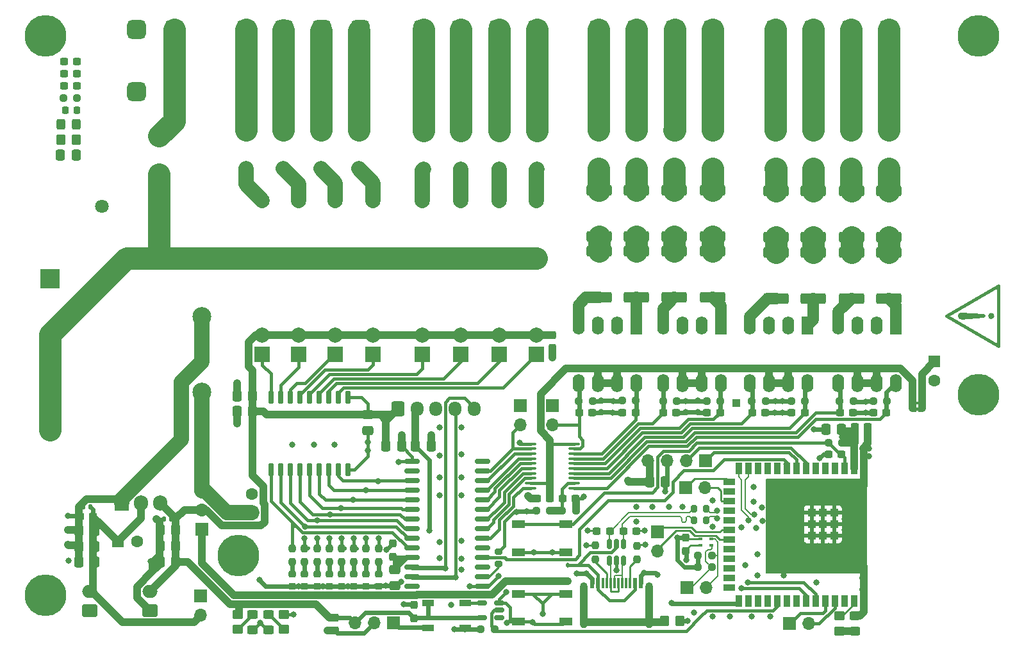
<source format=gbr>
%TF.GenerationSoftware,KiCad,Pcbnew,8.0.4*%
%TF.CreationDate,2024-08-24T14:02:02+02:00*%
%TF.ProjectId,hamodule,68616d6f-6475-46c6-952e-6b696361645f,20240821.23.8*%
%TF.SameCoordinates,Original*%
%TF.FileFunction,Copper,L1,Top*%
%TF.FilePolarity,Positive*%
%FSLAX46Y46*%
G04 Gerber Fmt 4.6, Leading zero omitted, Abs format (unit mm)*
G04 Created by KiCad (PCBNEW 8.0.4) date 2024-08-24 14:02:02*
%MOMM*%
%LPD*%
G01*
G04 APERTURE LIST*
G04 Aperture macros list*
%AMRoundRect*
0 Rectangle with rounded corners*
0 $1 Rounding radius*
0 $2 $3 $4 $5 $6 $7 $8 $9 X,Y pos of 4 corners*
0 Add a 4 corners polygon primitive as box body*
4,1,4,$2,$3,$4,$5,$6,$7,$8,$9,$2,$3,0*
0 Add four circle primitives for the rounded corners*
1,1,$1+$1,$2,$3*
1,1,$1+$1,$4,$5*
1,1,$1+$1,$6,$7*
1,1,$1+$1,$8,$9*
0 Add four rect primitives between the rounded corners*
20,1,$1+$1,$2,$3,$4,$5,0*
20,1,$1+$1,$4,$5,$6,$7,0*
20,1,$1+$1,$6,$7,$8,$9,0*
20,1,$1+$1,$8,$9,$2,$3,0*%
%AMFreePoly0*
4,1,19,0.500000,-0.750000,0.000000,-0.750000,0.000000,-0.744911,-0.071157,-0.744911,-0.207708,-0.704816,-0.327430,-0.627875,-0.420627,-0.520320,-0.479746,-0.390866,-0.500000,-0.250000,-0.500000,0.250000,-0.479746,0.390866,-0.420627,0.520320,-0.327430,0.627875,-0.207708,0.704816,-0.071157,0.744911,0.000000,0.744911,0.000000,0.750000,0.500000,0.750000,0.500000,-0.750000,0.500000,-0.750000,
$1*%
%AMFreePoly1*
4,1,19,0.000000,0.744911,0.071157,0.744911,0.207708,0.704816,0.327430,0.627875,0.420627,0.520320,0.479746,0.390866,0.500000,0.250000,0.500000,-0.250000,0.479746,-0.390866,0.420627,-0.520320,0.327430,-0.627875,0.207708,-0.704816,0.071157,-0.744911,0.000000,-0.744911,0.000000,-0.750000,-0.500000,-0.750000,-0.500000,0.750000,0.000000,0.750000,0.000000,0.744911,0.000000,0.744911,
$1*%
G04 Aperture macros list end*
%TA.AperFunction,EtchedComponent*%
%ADD10C,0.381000*%
%TD*%
%TA.AperFunction,EtchedComponent*%
%ADD11C,0.200000*%
%TD*%
%TA.AperFunction,EtchedComponent*%
%ADD12C,0.450000*%
%TD*%
%TA.AperFunction,EtchedComponent*%
%ADD13C,0.250000*%
%TD*%
%TA.AperFunction,EtchedComponent*%
%ADD14C,0.400000*%
%TD*%
%TA.AperFunction,EtchedComponent*%
%ADD15C,0.000000*%
%TD*%
%TA.AperFunction,ComponentPad*%
%ADD16C,5.500000*%
%TD*%
%TA.AperFunction,ComponentPad*%
%ADD17R,2.500000X2.500000*%
%TD*%
%TA.AperFunction,ComponentPad*%
%ADD18C,2.500000*%
%TD*%
%TA.AperFunction,SMDPad,CuDef*%
%ADD19RoundRect,0.140000X0.140000X0.170000X-0.140000X0.170000X-0.140000X-0.170000X0.140000X-0.170000X0*%
%TD*%
%TA.AperFunction,ComponentPad*%
%ADD20R,1.700000X1.700000*%
%TD*%
%TA.AperFunction,ComponentPad*%
%ADD21O,1.700000X1.700000*%
%TD*%
%TA.AperFunction,SMDPad,CuDef*%
%ADD22RoundRect,0.249999X-1.425001X0.450001X-1.425001X-0.450001X1.425001X-0.450001X1.425001X0.450001X0*%
%TD*%
%TA.AperFunction,ComponentPad*%
%ADD23C,1.800000*%
%TD*%
%TA.AperFunction,SMDPad,CuDef*%
%ADD24RoundRect,0.250000X0.450000X-0.325000X0.450000X0.325000X-0.450000X0.325000X-0.450000X-0.325000X0*%
%TD*%
%TA.AperFunction,SMDPad,CuDef*%
%ADD25RoundRect,0.250000X0.450000X-0.350000X0.450000X0.350000X-0.450000X0.350000X-0.450000X-0.350000X0*%
%TD*%
%TA.AperFunction,ComponentPad*%
%ADD26RoundRect,0.250000X0.750000X-0.600000X0.750000X0.600000X-0.750000X0.600000X-0.750000X-0.600000X0*%
%TD*%
%TA.AperFunction,ComponentPad*%
%ADD27O,2.000000X1.700000*%
%TD*%
%TA.AperFunction,SMDPad,CuDef*%
%ADD28RoundRect,0.250000X0.337500X0.475000X-0.337500X0.475000X-0.337500X-0.475000X0.337500X-0.475000X0*%
%TD*%
%TA.AperFunction,ComponentPad*%
%ADD29R,1.905000X2.000000*%
%TD*%
%TA.AperFunction,ComponentPad*%
%ADD30O,1.905000X2.000000*%
%TD*%
%TA.AperFunction,ComponentPad*%
%ADD31RoundRect,0.625000X0.625000X0.625000X-0.625000X0.625000X-0.625000X-0.625000X0.625000X-0.625000X0*%
%TD*%
%TA.AperFunction,ComponentPad*%
%ADD32C,2.000000*%
%TD*%
%TA.AperFunction,ComponentPad*%
%ADD33R,1.600000X2.400000*%
%TD*%
%TA.AperFunction,ComponentPad*%
%ADD34O,1.600000X2.400000*%
%TD*%
%TA.AperFunction,SMDPad,CuDef*%
%ADD35RoundRect,0.237500X-0.250000X-0.237500X0.250000X-0.237500X0.250000X0.237500X-0.250000X0.237500X0*%
%TD*%
%TA.AperFunction,SMDPad,CuDef*%
%ADD36RoundRect,0.237500X0.300000X0.237500X-0.300000X0.237500X-0.300000X-0.237500X0.300000X-0.237500X0*%
%TD*%
%TA.AperFunction,SMDPad,CuDef*%
%ADD37R,1.800000X1.100000*%
%TD*%
%TA.AperFunction,SMDPad,CuDef*%
%ADD38RoundRect,0.237500X-0.300000X-0.237500X0.300000X-0.237500X0.300000X0.237500X-0.300000X0.237500X0*%
%TD*%
%TA.AperFunction,SMDPad,CuDef*%
%ADD39RoundRect,0.237500X-0.237500X0.300000X-0.237500X-0.300000X0.237500X-0.300000X0.237500X0.300000X0*%
%TD*%
%TA.AperFunction,SMDPad,CuDef*%
%ADD40RoundRect,0.150000X0.150000X-0.725000X0.150000X0.725000X-0.150000X0.725000X-0.150000X-0.725000X0*%
%TD*%
%TA.AperFunction,ComponentPad*%
%ADD41R,1.600000X1.600000*%
%TD*%
%TA.AperFunction,ComponentPad*%
%ADD42C,1.600000*%
%TD*%
%TA.AperFunction,SMDPad,CuDef*%
%ADD43RoundRect,0.237500X0.237500X-0.250000X0.237500X0.250000X-0.237500X0.250000X-0.237500X-0.250000X0*%
%TD*%
%TA.AperFunction,SMDPad,CuDef*%
%ADD44RoundRect,0.218750X0.256250X-0.218750X0.256250X0.218750X-0.256250X0.218750X-0.256250X-0.218750X0*%
%TD*%
%TA.AperFunction,ComponentPad*%
%ADD45R,2.000000X2.000000*%
%TD*%
%TA.AperFunction,SMDPad,CuDef*%
%ADD46RoundRect,0.150000X0.512500X0.150000X-0.512500X0.150000X-0.512500X-0.150000X0.512500X-0.150000X0*%
%TD*%
%TA.AperFunction,SMDPad,CuDef*%
%ADD47RoundRect,0.200000X0.200000X0.275000X-0.200000X0.275000X-0.200000X-0.275000X0.200000X-0.275000X0*%
%TD*%
%TA.AperFunction,SMDPad,CuDef*%
%ADD48R,0.900000X1.500000*%
%TD*%
%TA.AperFunction,SMDPad,CuDef*%
%ADD49R,1.500000X0.900000*%
%TD*%
%TA.AperFunction,SMDPad,CuDef*%
%ADD50R,1.000000X1.000000*%
%TD*%
%TA.AperFunction,SMDPad,CuDef*%
%ADD51RoundRect,0.237500X0.237500X-0.300000X0.237500X0.300000X-0.237500X0.300000X-0.237500X-0.300000X0*%
%TD*%
%TA.AperFunction,SMDPad,CuDef*%
%ADD52RoundRect,0.200000X-0.275000X0.200000X-0.275000X-0.200000X0.275000X-0.200000X0.275000X0.200000X0*%
%TD*%
%TA.AperFunction,ComponentPad*%
%ADD53R,1.000000X1.000000*%
%TD*%
%TA.AperFunction,SMDPad,CuDef*%
%ADD54RoundRect,0.250000X-0.450000X0.325000X-0.450000X-0.325000X0.450000X-0.325000X0.450000X0.325000X0*%
%TD*%
%TA.AperFunction,SMDPad,CuDef*%
%ADD55RoundRect,0.250000X-0.337500X-0.475000X0.337500X-0.475000X0.337500X0.475000X-0.337500X0.475000X0*%
%TD*%
%TA.AperFunction,SMDPad,CuDef*%
%ADD56RoundRect,0.112500X0.112500X-0.187500X0.112500X0.187500X-0.112500X0.187500X-0.112500X-0.187500X0*%
%TD*%
%TA.AperFunction,SMDPad,CuDef*%
%ADD57RoundRect,0.250000X0.350000X0.450000X-0.350000X0.450000X-0.350000X-0.450000X0.350000X-0.450000X0*%
%TD*%
%TA.AperFunction,SMDPad,CuDef*%
%ADD58RoundRect,0.140000X-0.140000X-0.170000X0.140000X-0.170000X0.140000X0.170000X-0.140000X0.170000X0*%
%TD*%
%TA.AperFunction,SMDPad,CuDef*%
%ADD59R,0.600000X1.450000*%
%TD*%
%TA.AperFunction,SMDPad,CuDef*%
%ADD60R,0.300000X1.450000*%
%TD*%
%TA.AperFunction,ComponentPad*%
%ADD61O,1.000000X2.100000*%
%TD*%
%TA.AperFunction,ComponentPad*%
%ADD62O,1.000000X1.600000*%
%TD*%
%TA.AperFunction,ComponentPad*%
%ADD63RoundRect,0.250000X-0.600000X-0.725000X0.600000X-0.725000X0.600000X0.725000X-0.600000X0.725000X0*%
%TD*%
%TA.AperFunction,ComponentPad*%
%ADD64O,1.700000X1.950000*%
%TD*%
%TA.AperFunction,SMDPad,CuDef*%
%ADD65RoundRect,0.100000X0.637500X0.100000X-0.637500X0.100000X-0.637500X-0.100000X0.637500X-0.100000X0*%
%TD*%
%TA.AperFunction,SMDPad,CuDef*%
%ADD66RoundRect,0.250000X0.325000X0.450000X-0.325000X0.450000X-0.325000X-0.450000X0.325000X-0.450000X0*%
%TD*%
%TA.AperFunction,SMDPad,CuDef*%
%ADD67RoundRect,0.250000X-0.475000X0.337500X-0.475000X-0.337500X0.475000X-0.337500X0.475000X0.337500X0*%
%TD*%
%TA.AperFunction,SMDPad,CuDef*%
%ADD68RoundRect,0.250000X-0.350000X-0.450000X0.350000X-0.450000X0.350000X0.450000X-0.350000X0.450000X0*%
%TD*%
%TA.AperFunction,SMDPad,CuDef*%
%ADD69R,0.500000X0.300000*%
%TD*%
%TA.AperFunction,SMDPad,CuDef*%
%ADD70RoundRect,0.150000X-0.875000X-0.150000X0.875000X-0.150000X0.875000X0.150000X-0.875000X0.150000X0*%
%TD*%
%TA.AperFunction,SMDPad,CuDef*%
%ADD71RoundRect,0.150000X0.150000X-0.512500X0.150000X0.512500X-0.150000X0.512500X-0.150000X-0.512500X0*%
%TD*%
%TA.AperFunction,SMDPad,CuDef*%
%ADD72RoundRect,0.237500X0.250000X0.237500X-0.250000X0.237500X-0.250000X-0.237500X0.250000X-0.237500X0*%
%TD*%
%TA.AperFunction,SMDPad,CuDef*%
%ADD73FreePoly0,0.000000*%
%TD*%
%TA.AperFunction,SMDPad,CuDef*%
%ADD74FreePoly1,0.000000*%
%TD*%
%TA.AperFunction,SMDPad,CuDef*%
%ADD75RoundRect,0.218750X0.218750X0.256250X-0.218750X0.256250X-0.218750X-0.256250X0.218750X-0.256250X0*%
%TD*%
%TA.AperFunction,ViaPad*%
%ADD76C,0.800000*%
%TD*%
%TA.AperFunction,Conductor*%
%ADD77C,0.600000*%
%TD*%
%TA.AperFunction,Conductor*%
%ADD78C,1.000000*%
%TD*%
%TA.AperFunction,Conductor*%
%ADD79C,0.400000*%
%TD*%
%TA.AperFunction,Conductor*%
%ADD80C,2.000000*%
%TD*%
%TA.AperFunction,Conductor*%
%ADD81C,0.250000*%
%TD*%
%TA.AperFunction,Conductor*%
%ADD82C,3.000000*%
%TD*%
%TA.AperFunction,Conductor*%
%ADD83C,0.200000*%
%TD*%
%TA.AperFunction,Conductor*%
%ADD84C,1.500000*%
%TD*%
G04 APERTURE END LIST*
D10*
%TO.C,G9*%
X122164000Y42468400D02*
X129084000Y46468400D01*
D11*
X122584000Y42318400D02*
X122584000Y42628400D01*
X129064000Y45978400D02*
X128654736Y46244722D01*
X129064000Y38958400D02*
X128654736Y38692078D01*
D10*
X129084000Y46468400D02*
X129084000Y38468400D01*
X129084000Y38468400D02*
X122164000Y42468400D01*
D12*
X124349000Y42468400D02*
G75*
G02*
X123899000Y42468400I-225000J0D01*
G01*
X123899000Y42468400D02*
G75*
G02*
X124349000Y42468400I225000J0D01*
G01*
D13*
X127249000Y42468400D02*
G75*
G02*
X126999000Y42468400I-125000J0D01*
G01*
X126999000Y42468400D02*
G75*
G02*
X127249000Y42468400I125000J0D01*
G01*
D14*
X128324000Y42468400D02*
G75*
G02*
X127924000Y42468400I-200000J0D01*
G01*
X127924000Y42468400D02*
G75*
G02*
X128324000Y42468400I200000J0D01*
G01*
D15*
%TA.AperFunction,EtchedComponent*%
G36*
X127124000Y42718400D02*
G01*
X127124000Y42218400D01*
X124124000Y42018400D01*
X124124000Y42918400D01*
X127124000Y42718400D01*
G37*
%TD.AperFunction*%
%TA.AperFunction,EtchedComponent*%
%TO.C,JP1*%
G36*
X118574000Y30768400D02*
G01*
X118074000Y30768400D01*
X118074000Y31168400D01*
X118574000Y31168400D01*
X118574000Y30768400D01*
G37*
%TD.AperFunction*%
%TA.AperFunction,EtchedComponent*%
G36*
X118574000Y29968400D02*
G01*
X118074000Y29968400D01*
X118074000Y30368400D01*
X118574000Y30368400D01*
X118574000Y29968400D01*
G37*
%TD.AperFunction*%
%TD*%
D16*
%TO.P,H2,1,1*%
%TO.N,unconnected-(H2-Pad1)*%
X3124000Y79468400D03*
%TD*%
%TO.P,H4,1,1*%
%TO.N,unconnected-(H4-Pad1)*%
X126424000Y32080200D03*
%TD*%
%TO.P,H3,1,1*%
%TO.N,unconnected-(H3-Pad1)*%
X3124000Y5568400D03*
%TD*%
%TO.P,H5,1,1*%
%TO.N,unconnected-(H5-Pad1)*%
X28664000Y10858400D03*
%TD*%
%TO.P,H1,1,1*%
%TO.N,unconnected-(H1-Pad1)*%
X126424000Y79468400D03*
%TD*%
D17*
%TO.P,PS1,1,VAC_IN(N)*%
%TO.N,220VAC(N)*%
X3780000Y47421800D03*
D18*
%TO.P,PS1,5,VAC_IN(L)*%
%TO.N,220VAC(L)*%
X3780000Y27421800D03*
%TO.P,PS1,7,+VOUT*%
%TO.N,5V+_PS*%
X23780000Y32421800D03*
%TO.P,PS1,9,-VOUT*%
%TO.N,GND*%
X23780000Y42421800D03*
%TD*%
D19*
%TO.P,C49,1*%
%TO.N,Net-(J4-Pin_2)*%
X9084000Y17268400D03*
%TO.P,C49,2*%
%TO.N,GND*%
X8124000Y17268400D03*
%TD*%
%TO.P,C48,1*%
%TO.N,5V+*%
X19784000Y15668400D03*
%TO.P,C48,2*%
%TO.N,GND*%
X18824000Y15668400D03*
%TD*%
D20*
%TO.P,J17,1,Pin_1*%
%TO.N,GND*%
X65924000Y30608400D03*
D21*
%TO.P,J17,2,Pin_2*%
%TO.N,Net-(J17-Pin_2)*%
X65924000Y28068400D03*
%TD*%
D20*
%TO.P,J19,1,Pin_1*%
%TO.N,GND*%
X70124000Y30608400D03*
D21*
%TO.P,J19,2,Pin_2*%
%TO.N,Net-(J19-Pin_2)*%
X70124000Y28068400D03*
%TD*%
D20*
%TO.P,J5,1,Pin_1*%
%TO.N,3.3V+*%
X23674000Y5448400D03*
D21*
%TO.P,J5,2,Pin_2*%
%TO.N,Net-(J4-Pin_2)*%
X23674000Y2908400D03*
%TD*%
D22*
%TO.P,R12,1*%
%TO.N,Net-(F5-Pad1)*%
X76275000Y59056900D03*
%TO.P,R12,2*%
%TO.N,Net-(R12-Pad2)*%
X76275000Y52956900D03*
%TD*%
%TO.P,R11,1*%
%TO.N,Net-(F4-Pad1)*%
X81228000Y59056900D03*
%TO.P,R11,2*%
%TO.N,Net-(R11-Pad2)*%
X81228000Y52956900D03*
%TD*%
D23*
%TO.P,RV1,1*%
%TO.N,220VAC(N)*%
X10626400Y57005330D03*
%TO.P,RV1,2*%
%TO.N,220VAC(L)*%
X18126400Y55372000D03*
%TD*%
D22*
%TO.P,R19,1*%
%TO.N,Net-(R11-Pad2)*%
X81228000Y51005100D03*
%TO.P,R19,2*%
%TO.N,Net-(R19-Pad2)*%
X81228000Y44905100D03*
%TD*%
%TO.P,R20,1*%
%TO.N,Net-(R12-Pad2)*%
X76275000Y51005100D03*
%TO.P,R20,2*%
%TO.N,Net-(R20-Pad2)*%
X76275000Y44905100D03*
%TD*%
D24*
%TO.P,D2,1,K*%
%TO.N,GND*%
X30524000Y993400D03*
%TO.P,D2,2,A*%
%TO.N,Net-(D2-A)*%
X30524000Y3043400D03*
%TD*%
D25*
%TO.P,R7,2*%
%TO.N,5V+*%
X28524000Y3068400D03*
%TO.P,R7,1*%
%TO.N,Net-(D2-A)*%
X28524000Y1068400D03*
%TD*%
D26*
%TO.P,J1,1,Pin_1*%
%TO.N,GND*%
X16963300Y3568700D03*
D27*
%TO.P,J1,2,Pin_2*%
%TO.N,5V+*%
X16963300Y6068700D03*
%TD*%
D28*
%TO.P,C14,1*%
%TO.N,Net-(J4-Pin_2)*%
X9644200Y14098600D03*
%TO.P,C14,2*%
%TO.N,GND*%
X7569200Y14098600D03*
%TD*%
%TO.P,C8,1*%
%TO.N,5V+*%
X20361500Y12068400D03*
%TO.P,C8,2*%
%TO.N,GND*%
X18286500Y12068400D03*
%TD*%
D29*
%TO.P,U1,1,GND*%
%TO.N,GND*%
X13242700Y17729200D03*
D30*
%TO.P,U1,2,VO*%
%TO.N,Net-(J4-Pin_2)*%
X15782700Y17729200D03*
%TO.P,U1,3,VI*%
%TO.N,5V+*%
X18322700Y17729200D03*
%TD*%
D31*
%TO.P,J15,1,1*%
%TO.N,Net-(F13-Pad2)*%
X44691800Y72136000D03*
%TO.P,J15,2,2*%
X44691800Y80335999D03*
%TO.P,J15,3,3*%
%TO.N,Net-(F12-Pad2)*%
X39691800Y72136000D03*
%TO.P,J15,4,4*%
X39691800Y80335999D03*
%TO.P,J15,5,5*%
%TO.N,Net-(F11-Pad2)*%
X34691800Y72136000D03*
%TO.P,J15,6,6*%
X34691800Y80335999D03*
%TO.P,J15,7,7*%
%TO.N,Net-(F10-Pad2)*%
X29691800Y72136000D03*
%TO.P,J15,8,8*%
X29691800Y80335999D03*
%TD*%
%TO.P,J2,4,4*%
%TO.N,220VAC(N)*%
X15144000Y80312400D03*
%TO.P,J2,3,3*%
X15144000Y72112401D03*
%TO.P,J2,2,2*%
%TO.N,Net-(F1-Pad1)*%
X20144000Y80312400D03*
%TO.P,J2,1,1*%
X20144000Y72112401D03*
%TD*%
%TO.P,J7,8,8*%
%TO.N,Net-(F5-Pad2)*%
X76264000Y80340200D03*
%TO.P,J7,7,7*%
X76264000Y72140201D03*
%TO.P,J7,6,6*%
%TO.N,Net-(F4-Pad2)*%
X81264000Y80340200D03*
%TO.P,J7,5,5*%
X81264000Y72140201D03*
%TO.P,J7,4,4*%
%TO.N,Net-(F3-Pad2)*%
X86264000Y80340200D03*
%TO.P,J7,3,3*%
X86264000Y72140201D03*
%TO.P,J7,2,2*%
%TO.N,Net-(F2-Pad2)*%
X91264000Y80340200D03*
%TO.P,J7,1,1*%
X91264000Y72140201D03*
%TD*%
D32*
%TO.P,F1,1*%
%TO.N,Net-(F1-Pad1)*%
X18161000Y66243200D03*
%TO.P,F1,2*%
%TO.N,220VAC(L)*%
X18151000Y61163200D03*
%TD*%
D33*
%TO.P,U4,1*%
%TO.N,Net-(R23-Pad2)*%
X115513178Y41232282D03*
D34*
%TO.P,U4,2*%
%TO.N,220VAC(N)-LowV*%
X112973178Y41232282D03*
%TO.P,U4,3*%
X110433178Y41232282D03*
%TO.P,U4,4*%
%TO.N,Net-(R24-Pad2)*%
X107893178Y41232282D03*
%TO.P,U4,5*%
%TO.N,Net-(U9-A2)*%
X107893178Y33612282D03*
%TO.P,U4,6*%
%TO.N,3.3V+*%
X110433178Y33612282D03*
%TO.P,U4,7*%
X112973178Y33612282D03*
%TO.P,U4,8*%
%TO.N,Net-(U9-A1)*%
X115513178Y33612282D03*
%TD*%
D22*
%TO.P,R21,1*%
%TO.N,Net-(R21-Pad1)*%
X91286400Y51005100D03*
%TO.P,R21,2*%
%TO.N,Net-(R21-Pad2)*%
X91286400Y44905100D03*
%TD*%
%TO.P,R10,1*%
%TO.N,Net-(F3-Pad1)*%
X86257200Y59056900D03*
%TO.P,R10,2*%
%TO.N,Net-(R10-Pad2)*%
X86257200Y52956900D03*
%TD*%
%TO.P,R9,1*%
%TO.N,Net-(F2-Pad1)*%
X91286400Y59056900D03*
%TO.P,R9,2*%
%TO.N,Net-(R21-Pad1)*%
X91286400Y52956900D03*
%TD*%
D33*
%TO.P,U7,1*%
%TO.N,Net-(R19-Pad2)*%
X81205300Y41228800D03*
D34*
%TO.P,U7,2*%
%TO.N,220VAC(N)-LowV*%
X78665300Y41228800D03*
%TO.P,U7,3*%
X76125300Y41228800D03*
%TO.P,U7,4*%
%TO.N,Net-(R20-Pad2)*%
X73585300Y41228800D03*
%TO.P,U7,5*%
%TO.N,Net-(J19-Pin_2)*%
X73585300Y33608800D03*
%TO.P,U7,6*%
%TO.N,3.3V+*%
X76125300Y33608800D03*
%TO.P,U7,7*%
X78665300Y33608800D03*
%TO.P,U7,8*%
%TO.N,Net-(U9-A7)*%
X81205300Y33608800D03*
%TD*%
D33*
%TO.P,U6,1*%
%TO.N,Net-(R21-Pad2)*%
X92381300Y41228800D03*
D34*
%TO.P,U6,2*%
%TO.N,220VAC(N)-LowV*%
X89841300Y41228800D03*
%TO.P,U6,3*%
X87301300Y41228800D03*
%TO.P,U6,4*%
%TO.N,Net-(R22-Pad2)*%
X84761300Y41228800D03*
%TO.P,U6,5*%
%TO.N,Net-(U9-A6)*%
X84761300Y33608800D03*
%TO.P,U6,6*%
%TO.N,3.3V+*%
X87301300Y33608800D03*
%TO.P,U6,7*%
X89841300Y33608800D03*
%TO.P,U6,8*%
%TO.N,Net-(U9-A5)*%
X92381300Y33608800D03*
%TD*%
D22*
%TO.P,R22,1*%
%TO.N,Net-(R10-Pad2)*%
X86257200Y51005100D03*
%TO.P,R22,2*%
%TO.N,Net-(R22-Pad2)*%
X86257200Y44905100D03*
%TD*%
D35*
%TO.P,R1,1*%
%TO.N,EN*%
X106588402Y25681201D03*
%TO.P,R1,2*%
%TO.N,3.3V+*%
X108413402Y25681201D03*
%TD*%
D36*
%TO.P,C3,1*%
%TO.N,EN*%
X108350902Y24157201D03*
%TO.P,C3,2*%
%TO.N,GND*%
X106625902Y24157201D03*
%TD*%
D26*
%TO.P,J4,1,Pin_1*%
%TO.N,GND*%
X9038500Y3568700D03*
D27*
%TO.P,J4,2,Pin_2*%
%TO.N,Net-(J4-Pin_2)*%
X9038500Y6068700D03*
%TD*%
D37*
%TO.P,SW2,1,1*%
%TO.N,EN*%
X65671000Y14968400D03*
X71871000Y14968400D03*
%TO.P,SW2,2,2*%
%TO.N,GND*%
X65671000Y11268400D03*
X71871000Y11268400D03*
%TD*%
%TO.P,SW3,1,1*%
%TO.N,IO0*%
X65669800Y5765800D03*
X71869800Y5765800D03*
%TO.P,SW3,2,2*%
%TO.N,GND*%
X65669800Y2065800D03*
X71869800Y2065800D03*
%TD*%
D20*
%TO.P,J10,1,Pin_1*%
%TO.N,RXD0*%
X101429402Y1808701D03*
D21*
%TO.P,J10,2,Pin_2*%
%TO.N,TXD0*%
X103969402Y1808701D03*
%TD*%
D38*
%TO.P,C6,1*%
%TO.N,3.3V+*%
X110099000Y26268400D03*
%TO.P,C6,2*%
%TO.N,GND*%
X111824000Y26268400D03*
%TD*%
D39*
%TO.P,C30,1*%
%TO.N,3.3V+*%
X87779402Y13161201D03*
%TO.P,C30,2*%
%TO.N,GND*%
X87779402Y11436201D03*
%TD*%
D36*
%TO.P,C11,1*%
%TO.N,Net-(C11-Pad1)*%
X77724000Y14078701D03*
%TO.P,C11,2*%
%TO.N,GND*%
X75999000Y14078701D03*
%TD*%
D24*
%TO.P,D3,1,K*%
%TO.N,GND*%
X32624000Y968400D03*
%TO.P,D3,2,A*%
%TO.N,Net-(D3-A)*%
X32624000Y3018400D03*
%TD*%
D40*
%TO.P,U11,1,I1*%
%TO.N,Net-(U11-I1)*%
X32964000Y22168400D03*
%TO.P,U11,2,I2*%
%TO.N,Net-(U11-I2)*%
X34234000Y22168400D03*
%TO.P,U11,3,I3*%
%TO.N,Net-(U11-I3)*%
X35504000Y22168400D03*
%TO.P,U11,4,I4*%
%TO.N,Net-(U11-I4)*%
X36774000Y22168400D03*
%TO.P,U11,5,I5*%
%TO.N,Net-(U11-I5)*%
X38044000Y22168400D03*
%TO.P,U11,6,I6*%
%TO.N,Net-(U11-I6)*%
X39314000Y22168400D03*
%TO.P,U11,7,I7*%
%TO.N,Net-(U11-I7)*%
X40584000Y22168400D03*
%TO.P,U11,8,I8*%
%TO.N,Net-(U11-I8)*%
X41854000Y22168400D03*
%TO.P,U11,9,GND*%
%TO.N,GND*%
X43124000Y22168400D03*
%TO.P,U11,10,COM*%
%TO.N,5V+*%
X43124000Y31718400D03*
%TO.P,U11,11,O8*%
%TO.N,Net-(U11-O8)*%
X41854000Y31718400D03*
%TO.P,U11,12,O7*%
%TO.N,Net-(U11-O7)*%
X40584000Y31718400D03*
%TO.P,U11,13,O6*%
%TO.N,Net-(U11-O6)*%
X39314000Y31718400D03*
%TO.P,U11,14,O5*%
%TO.N,Net-(U11-O5)*%
X38044000Y31718400D03*
%TO.P,U11,15,O4*%
%TO.N,Net-(U11-O4)*%
X36774000Y31718400D03*
%TO.P,U11,16,O3*%
%TO.N,Net-(U11-O3)*%
X35504000Y31718400D03*
%TO.P,U11,17,O2*%
%TO.N,Net-(U11-O2)*%
X34234000Y31718400D03*
%TO.P,U11,18,O1*%
%TO.N,Net-(U11-O1)*%
X32964000Y31718400D03*
%TD*%
D41*
%TO.P,C19,1*%
%TO.N,Net-(JP1-B)*%
X120624000Y36468400D03*
D42*
%TO.P,C19,2*%
%TO.N,GND*%
X120624000Y33968400D03*
%TD*%
D20*
%TO.P,J14,1,Pin_1*%
%TO.N,GPIO15*%
X90364000Y23368400D03*
D21*
%TO.P,J14,2,Pin_2*%
%TO.N,GPIO7*%
X87824000Y23368400D03*
%TO.P,J14,3,Pin_3*%
%TO.N,GND*%
X85284000Y23368400D03*
%TO.P,J14,4,Pin_4*%
%TO.N,3.3V+*%
X82744000Y23368400D03*
%TD*%
D43*
%TO.P,R46,1*%
%TO.N,Net-(D6-A)*%
X37396000Y9965496D03*
%TO.P,R46,2*%
%TO.N,Net-(U11-I2)*%
X37396000Y11790496D03*
%TD*%
D31*
%TO.P,J6,8,8*%
%TO.N,Net-(F9-Pad2)*%
X99621702Y80340200D03*
%TO.P,J6,7,7*%
X99621702Y72140201D03*
%TO.P,J6,6,6*%
%TO.N,Net-(F8-Pad2)*%
X104621702Y80340200D03*
%TO.P,J6,5,5*%
X104621702Y72140201D03*
%TO.P,J6,4,4*%
%TO.N,Net-(F7-Pad2)*%
X109621702Y80340200D03*
%TO.P,J6,3,3*%
X109621702Y72140201D03*
%TO.P,J6,2,2*%
%TO.N,Net-(F6-Pad2)*%
X114621702Y80340200D03*
%TO.P,J6,1,1*%
X114621702Y72140201D03*
%TD*%
%TO.P,J16,1,1*%
%TO.N,Net-(F17-Pad2)*%
X68059800Y72136000D03*
%TO.P,J16,2,2*%
X68059800Y80335999D03*
%TO.P,J16,3,3*%
%TO.N,Net-(F16-Pad2)*%
X63059800Y72136000D03*
%TO.P,J16,4,4*%
X63059800Y80335999D03*
%TO.P,J16,5,5*%
%TO.N,Net-(F15-Pad2)*%
X58059800Y72136000D03*
%TO.P,J16,6,6*%
X58059800Y80335999D03*
%TO.P,J16,7,7*%
%TO.N,Net-(F14-Pad2)*%
X53059800Y72136000D03*
%TO.P,J16,8,8*%
X53059800Y80335999D03*
%TD*%
D43*
%TO.P,R45,1*%
%TO.N,Net-(D5-A)*%
X35770400Y9967396D03*
%TO.P,R45,2*%
%TO.N,Net-(U11-I1)*%
X35770400Y11792396D03*
%TD*%
D22*
%TO.P,R25,1*%
%TO.N,Net-(R15-Pad2)*%
X104583200Y50900600D03*
%TO.P,R25,2*%
%TO.N,Net-(R25-Pad2)*%
X104583200Y44800600D03*
%TD*%
D38*
%TO.P,C25,1*%
%TO.N,Net-(U9-A4)*%
X96524002Y29707101D03*
%TO.P,C25,2*%
%TO.N,GND*%
X98249002Y29707101D03*
%TD*%
D36*
%TO.P,C40,1*%
%TO.N,unconnected-(C40-Pad1)*%
X7324000Y74468400D03*
%TO.P,C40,2*%
%TO.N,unconnected-(C40-Pad2)*%
X5599000Y74468400D03*
%TD*%
D22*
%TO.P,R15,1*%
%TO.N,Net-(F8-Pad1)*%
X104583200Y59032600D03*
%TO.P,R15,2*%
%TO.N,Net-(R15-Pad2)*%
X104583200Y52932600D03*
%TD*%
D44*
%TO.P,D5,1,K*%
%TO.N,GND*%
X35770400Y6790296D03*
%TO.P,D5,2,A*%
%TO.N,Net-(D5-A)*%
X35770400Y8365296D03*
%TD*%
D38*
%TO.P,C23,1*%
%TO.N,Net-(U9-A2)*%
X108156102Y29707101D03*
%TO.P,C23,2*%
%TO.N,GND*%
X109881102Y29707101D03*
%TD*%
D23*
%TO.P,F15,1*%
%TO.N,Net-(F15-Pad1)*%
X58026800Y61849000D03*
%TO.P,F15,2*%
%TO.N,Net-(F15-Pad2)*%
X58026800Y66929000D03*
%TD*%
D25*
%TO.P,R8,1*%
%TO.N,Net-(D3-A)*%
X34624000Y1068400D03*
%TO.P,R8,2*%
%TO.N,3.3V+*%
X34624000Y3068400D03*
%TD*%
D35*
%TO.P,R32,1*%
%TO.N,Net-(U9-A6)*%
X84738626Y31255920D03*
%TO.P,R32,2*%
%TO.N,GND*%
X86563626Y31255920D03*
%TD*%
D45*
%TO.P,K5,1*%
%TO.N,Net-(U11-O5)*%
X52911000Y37424500D03*
D32*
%TO.P,K5,2*%
%TO.N,5V+*%
X52911000Y39964500D03*
%TO.P,K5,3*%
%TO.N,220VAC(L)*%
X52911000Y50124500D03*
%TO.P,K5,4*%
%TO.N,Net-(F14-Pad1)*%
X52911000Y57744500D03*
%TD*%
D20*
%TO.P,J12,1,Pin_1*%
%TO.N,GPIO3*%
X87724000Y19768400D03*
D21*
%TO.P,J12,2,Pin_2*%
%TO.N,GPIO9*%
X90264000Y19768400D03*
%TD*%
D23*
%TO.P,F4,1*%
%TO.N,Net-(F4-Pad1)*%
X81228000Y61952500D03*
%TO.P,F4,2*%
%TO.N,Net-(F4-Pad2)*%
X81228000Y67032500D03*
%TD*%
D43*
%TO.P,R50,1*%
%TO.N,Net-(D10-A)*%
X43898400Y9967396D03*
%TO.P,R50,2*%
%TO.N,Net-(U11-I6)*%
X43898400Y11792396D03*
%TD*%
%TO.P,R49,1*%
%TO.N,Net-(D9-A)*%
X42272800Y9965496D03*
%TO.P,R49,2*%
%TO.N,Net-(U11-I5)*%
X42272800Y11790496D03*
%TD*%
D22*
%TO.P,R26,1*%
%TO.N,Net-(R16-Pad2)*%
X99644200Y50852800D03*
%TO.P,R26,2*%
%TO.N,Net-(R26-Pad2)*%
X99644200Y44752800D03*
%TD*%
D35*
%TO.P,R34,1*%
%TO.N,Net-(J19-Pin_2)*%
X73611526Y31255920D03*
%TO.P,R34,2*%
%TO.N,GND*%
X75436526Y31255920D03*
%TD*%
D46*
%TO.P,U10,1,NC*%
%TO.N,unconnected-(U10-NC-Pad1)*%
X63124000Y2641600D03*
%TO.P,U10,2,A*%
%TO.N,RGBLED*%
X63124000Y3591600D03*
%TO.P,U10,3,GND*%
%TO.N,GND*%
X63124000Y4541600D03*
%TO.P,U10,4,Y*%
%TO.N,Net-(D4-DIN)*%
X60849000Y4541600D03*
%TO.P,U10,5,VCC*%
%TO.N,5V+*%
X60849000Y2641600D03*
%TD*%
D47*
%TO.P,R5,1*%
%TO.N,/ESP-D-*%
X90454402Y16988701D03*
%TO.P,R5,2*%
%TO.N,Net-(C11-Pad1)*%
X88804402Y16988701D03*
%TD*%
D41*
%TO.P,C18,1*%
%TO.N,5V+_PS*%
X30424000Y16486020D03*
D42*
%TO.P,C18,2*%
%TO.N,GND*%
X30424000Y18986020D03*
%TD*%
D35*
%TO.P,R27,1*%
%TO.N,GND*%
X112511500Y31231101D03*
%TO.P,R27,2*%
%TO.N,Net-(U9-A1)*%
X114336500Y31231101D03*
%TD*%
D22*
%TO.P,R16,1*%
%TO.N,Net-(F9-Pad1)*%
X99644200Y58982800D03*
%TO.P,R16,2*%
%TO.N,Net-(R16-Pad2)*%
X99644200Y52882800D03*
%TD*%
D47*
%TO.P,R6,1*%
%TO.N,/ESP-D+*%
X90454402Y15513701D03*
%TO.P,R6,2*%
%TO.N,Net-(C13-Pad1)*%
X88804402Y15513701D03*
%TD*%
D48*
%TO.P,U3,1,GND*%
%TO.N,GND*%
X111239402Y22348701D03*
%TO.P,U3,2,3V3*%
%TO.N,3.3V+*%
X109969402Y22348701D03*
%TO.P,U3,3,EN*%
%TO.N,EN*%
X108699402Y22348701D03*
%TO.P,U3,4,GPIO4/TOUCH4/ADC1_CH3*%
%TO.N,unconnected-(U3-GPIO4{slash}TOUCH4{slash}ADC1_CH3-Pad4)*%
X107429402Y22348701D03*
%TO.P,U3,5,GPIO5/TOUCH5/ADC1_CH4*%
%TO.N,unconnected-(U3-GPIO5{slash}TOUCH5{slash}ADC1_CH4-Pad5)*%
X106159402Y22348701D03*
%TO.P,U3,6,GPIO6/TOUCH6/ADC1_CH5*%
%TO.N,unconnected-(U3-GPIO6{slash}TOUCH6{slash}ADC1_CH5-Pad6)*%
X104889402Y22348701D03*
%TO.P,U3,7,GPIO7/TOUCH7/ADC1_CH6*%
%TO.N,GPIO7*%
X103619402Y22348701D03*
%TO.P,U3,8,GPIO15/U0RTS/ADC2_CH4/XTAL_32K_P*%
%TO.N,GPIO15*%
X102349402Y22348701D03*
%TO.P,U3,9,GPIO16/U0CTS/ADC2_CH5/XTAL_32K_NH5*%
%TO.N,MCP_INT*%
X101079402Y22348701D03*
%TO.P,U3,10,GPIO17/U1TXD/ADC2_CH6*%
%TO.N,unconnected-(U3-GPIO17{slash}U1TXD{slash}ADC2_CH6-Pad10)*%
X99809402Y22348701D03*
%TO.P,U3,11,GPIO18/U1RXD/ADC2_CH7/CLK_OUT3*%
%TO.N,unconnected-(U3-GPIO18{slash}U1RXD{slash}ADC2_CH7{slash}CLK_OUT3-Pad11)*%
X98539402Y22348701D03*
%TO.P,U3,12,GPIO8/TOUCH8/ADC1_CH7/SUBSPICS1*%
%TO.N,unconnected-(U3-GPIO8{slash}TOUCH8{slash}ADC1_CH7{slash}SUBSPICS1-Pad12)*%
X97269402Y22348701D03*
%TO.P,U3,13,GPIO19/U1RTS/ADC2_CH8/CLK_OUT2/USB_D-*%
%TO.N,/ESP-D-*%
X95999402Y22348701D03*
%TO.P,U3,14,GPIO20/U1CTS/ADC2_CH9/CLK_OUT1/USB_D+*%
%TO.N,/ESP-D+*%
X94729402Y22348701D03*
D49*
%TO.P,U3,15,GPIO3/TOUCH3/ADC1_CH2*%
%TO.N,GPIO3*%
X93479402Y20583701D03*
%TO.P,U3,16,GPIO46*%
%TO.N,unconnected-(U3-GPIO46-Pad16)*%
X93479402Y19313701D03*
%TO.P,U3,17,GPIO9/TOUCH9/ADC1_CH8/FSPIHD/SUBSPIHD*%
%TO.N,GPIO9*%
X93479402Y18043701D03*
%TO.P,U3,18,GPIO10/TOUCH10/ADC1_CH9/FSPICS0/FSPIIO4/SUBSPICS0*%
%TO.N,unconnected-(U3-GPIO10{slash}TOUCH10{slash}ADC1_CH9{slash}FSPICS0{slash}FSPIIO4{slash}SUBSPICS0-Pad18)*%
X93479402Y16773701D03*
%TO.P,U3,19,GPIO11/TOUCH11/ADC2_CH0/FSPID/FSPIIO5/SUBSPID*%
%TO.N,unconnected-(U3-GPIO11{slash}TOUCH11{slash}ADC2_CH0{slash}FSPID{slash}FSPIIO5{slash}SUBSPID-Pad19)*%
X93479402Y15503701D03*
%TO.P,U3,20,GPIO12/TOUCH12/ADC2_CH1/FSPICLK/FSPIIO6/SUBSPICLK*%
%TO.N,GPIO12*%
X93479402Y14233701D03*
%TO.P,U3,21,GPIO13/TOUCH13/ADC2_CH2/FSPIQ/FSPIIO7/SUBSPIQ*%
%TO.N,GPIO13*%
X93479402Y12963701D03*
%TO.P,U3,22,GPIO14/TOUCH14/ADC2_CH3/FSPIWP/FSPIDQS/SUBSPIWP*%
%TO.N,unconnected-(U3-GPIO14{slash}TOUCH14{slash}ADC2_CH3{slash}FSPIWP{slash}FSPIDQS{slash}SUBSPIWP-Pad22)*%
X93479402Y11693701D03*
%TO.P,U3,23,GPIO21*%
%TO.N,unconnected-(U3-GPIO21-Pad23)*%
X93479402Y10423701D03*
%TO.P,U3,24,GPIO47/SPICLK_P/SUBSPICLK_P_DIFF*%
%TO.N,unconnected-(U3-GPIO47{slash}SPICLK_P{slash}SUBSPICLK_P_DIFF-Pad24)*%
X93479402Y9153701D03*
%TO.P,U3,25,GPIO48/SPICLK_N/SUBSPICLK_N_DIFF*%
%TO.N,unconnected-(U3-GPIO48{slash}SPICLK_N{slash}SUBSPICLK_N_DIFF-Pad25)*%
X93479402Y7883701D03*
%TO.P,U3,26,GPIO45*%
%TO.N,unconnected-(U3-GPIO45-Pad26)*%
X93479402Y6613701D03*
D48*
%TO.P,U3,27,GPIO0/BOOT*%
%TO.N,IO0*%
X94729402Y4848701D03*
%TO.P,U3,28,NC*%
%TO.N,unconnected-(U3-NC-Pad28)*%
X95999402Y4848701D03*
%TO.P,U3,29,NC*%
%TO.N,unconnected-(U3-NC-Pad29)*%
X97269402Y4848701D03*
%TO.P,U3,30,NC*%
%TO.N,unconnected-(U3-NC-Pad30)*%
X98539402Y4848701D03*
%TO.P,U3,31,GPIO38/FSPIWP/SUBSPIWP*%
%TO.N,RGBLED*%
X99809402Y4848701D03*
%TO.P,U3,32,MTCK/GPIO39/CLK_OUT3/SUBSPICS1*%
%TO.N,unconnected-(U3-MTCK{slash}GPIO39{slash}CLK_OUT3{slash}SUBSPICS1-Pad32)*%
X101079402Y4848701D03*
%TO.P,U3,33,MTDO/GPIO40/CLK_OUT2*%
%TO.N,unconnected-(U3-MTDO{slash}GPIO40{slash}CLK_OUT2-Pad33)*%
X102349402Y4848701D03*
%TO.P,U3,34,MTDI/GPIO41/CLK_OUT1*%
%TO.N,SCL*%
X103619402Y4848701D03*
%TO.P,U3,35,MTMS/GPIO42*%
%TO.N,SDA*%
X104889402Y4848701D03*
%TO.P,U3,36,U0RXD/GPIO44/CLK_OUT2*%
%TO.N,RXD0*%
X106159402Y4848701D03*
%TO.P,U3,37,U0TXD/GPIO43/CLK_OUT1*%
%TO.N,TXD0*%
X107429402Y4848701D03*
%TO.P,U3,38,GPIO2/TOUCH2/ADC1_CH1*%
%TO.N,unconnected-(U3-GPIO2{slash}TOUCH2{slash}ADC1_CH1-Pad38)*%
X108699402Y4848701D03*
%TO.P,U3,39,GPIO1/TOUCH1/ADC1_CH0*%
%TO.N,LED-GPIO*%
X109969402Y4848701D03*
%TO.P,U3,40,GND*%
%TO.N,GND*%
X111239402Y4848701D03*
D50*
%TO.P,U3,41,GND*%
X107389402Y16458701D03*
X105889402Y16458701D03*
X104389402Y16458701D03*
X107389402Y14958701D03*
X105889402Y14958701D03*
X104389402Y14958701D03*
X107389402Y13458701D03*
X105889402Y13458701D03*
X104389402Y13458701D03*
%TD*%
D22*
%TO.P,R13,1*%
%TO.N,Net-(F6-Pad1)*%
X114616200Y59032600D03*
%TO.P,R13,2*%
%TO.N,Net-(R13-Pad2)*%
X114616200Y52932600D03*
%TD*%
D44*
%TO.P,D10,1,K*%
%TO.N,GND*%
X43898400Y6790396D03*
%TO.P,D10,2,A*%
%TO.N,Net-(D10-A)*%
X43898400Y8365396D03*
%TD*%
D45*
%TO.P,K6,1*%
%TO.N,Net-(U11-O6)*%
X57991000Y37424500D03*
D32*
%TO.P,K6,2*%
%TO.N,5V+*%
X57991000Y39964500D03*
%TO.P,K6,3*%
%TO.N,220VAC(L)*%
X57991000Y50124500D03*
%TO.P,K6,4*%
%TO.N,Net-(F15-Pad1)*%
X57991000Y57744500D03*
%TD*%
D35*
%TO.P,R44,1*%
%TO.N,GND*%
X60659400Y1051600D03*
%TO.P,R44,2*%
%TO.N,RGBLED*%
X62484400Y1051600D03*
%TD*%
D23*
%TO.P,F2,1*%
%TO.N,Net-(F2-Pad1)*%
X91286400Y61952500D03*
%TO.P,F2,2*%
%TO.N,Net-(F2-Pad2)*%
X91286400Y67032500D03*
%TD*%
D20*
%TO.P,J13,1,Pin_1*%
%TO.N,GPIO12*%
X84039402Y13923701D03*
D21*
%TO.P,J13,2,Pin_2*%
%TO.N,GPIO13*%
X84039402Y11383701D03*
%TD*%
D23*
%TO.P,F7,1*%
%TO.N,Net-(F7-Pad1)*%
X109626400Y61950600D03*
%TO.P,F7,2*%
%TO.N,Net-(F7-Pad2)*%
X109626400Y67030600D03*
%TD*%
D51*
%TO.P,C31,1*%
%TO.N,5V+*%
X51839200Y2540700D03*
%TO.P,C31,2*%
%TO.N,GND*%
X51839200Y4265700D03*
%TD*%
D52*
%TO.P,R43,1*%
%TO.N,3.3V+*%
X63024000Y11368400D03*
%TO.P,R43,2*%
%TO.N,Net-(U13-~{RESET})*%
X63024000Y9718400D03*
%TD*%
D20*
%TO.P,J11,1,Pin_1*%
%TO.N,SDA*%
X87929800Y6578600D03*
D21*
%TO.P,J11,2,Pin_2*%
%TO.N,SCL*%
X90469800Y6578600D03*
%TD*%
D35*
%TO.P,R29,1*%
%TO.N,GND*%
X101706402Y31231101D03*
%TO.P,R29,2*%
%TO.N,Net-(U9-A3)*%
X103531402Y31231101D03*
%TD*%
D53*
%TO.P,TP1,1,1*%
%TO.N,GND*%
X94424000Y30968400D03*
%TD*%
D54*
%TO.P,D13,1,K*%
%TO.N,GND*%
X110058200Y2879200D03*
%TO.P,D13,2,A*%
%TO.N,Net-(D13-A)*%
X110058200Y829200D03*
%TD*%
D55*
%TO.P,C35,1*%
%TO.N,5V+*%
X48149000Y25268400D03*
%TO.P,C35,2*%
%TO.N,GND*%
X50224000Y25268400D03*
%TD*%
D51*
%TO.P,C34,1*%
%TO.N,3.3V+*%
X49024000Y10668400D03*
%TO.P,C34,2*%
%TO.N,GND*%
X49024000Y12393400D03*
%TD*%
D56*
%TO.P,D1,1,K*%
%TO.N,VBUS*%
X72124000Y7468400D03*
%TO.P,D1,2,A*%
%TO.N,Net-(D1-A)*%
X72124000Y9568400D03*
%TD*%
D23*
%TO.P,F8,1*%
%TO.N,Net-(F8-Pad1)*%
X104621800Y61950600D03*
%TO.P,F8,2*%
%TO.N,Net-(F8-Pad2)*%
X104621800Y67030600D03*
%TD*%
%TO.P,F13,1*%
%TO.N,Net-(F13-Pad1)*%
X44532300Y61935500D03*
%TO.P,F13,2*%
%TO.N,Net-(F13-Pad2)*%
X44532300Y67015500D03*
%TD*%
D33*
%TO.P,U5,1*%
%TO.N,Net-(R25-Pad2)*%
X103829178Y41232282D03*
D34*
%TO.P,U5,2*%
%TO.N,220VAC(N)-LowV*%
X101289178Y41232282D03*
%TO.P,U5,3*%
X98749178Y41232282D03*
%TO.P,U5,4*%
%TO.N,Net-(R26-Pad2)*%
X96209178Y41232282D03*
%TO.P,U5,5*%
%TO.N,Net-(U9-A4)*%
X96209178Y33612282D03*
%TO.P,U5,6*%
%TO.N,3.3V+*%
X98749178Y33612282D03*
%TO.P,U5,7*%
X101289178Y33612282D03*
%TO.P,U5,8*%
%TO.N,Net-(U9-A3)*%
X103829178Y33612282D03*
%TD*%
D22*
%TO.P,R14,1*%
%TO.N,Net-(F7-Pad1)*%
X109637800Y59032600D03*
%TO.P,R14,2*%
%TO.N,Net-(R14-Pad2)*%
X109637800Y52932600D03*
%TD*%
D36*
%TO.P,C22,1*%
%TO.N,Net-(U9-A1)*%
X114286500Y29707101D03*
%TO.P,C22,2*%
%TO.N,GND*%
X112561500Y29707101D03*
%TD*%
D28*
%TO.P,C15,1*%
%TO.N,Net-(J4-Pin_2)*%
X9644200Y12041200D03*
%TO.P,C15,2*%
%TO.N,GND*%
X7569200Y12041200D03*
%TD*%
D20*
%TO.P,J8,1,Pin_1*%
%TO.N,Net-(D4-DOUT)*%
X49116800Y1966700D03*
D21*
%TO.P,J8,2,Pin_2*%
%TO.N,GND*%
X46576800Y1966700D03*
%TO.P,J8,3,Pin_3*%
%TO.N,5V+*%
X44036800Y1966700D03*
%TD*%
D38*
%TO.P,C42,1*%
%TO.N,unconnected-(C42-Pad1)*%
X5599000Y72868400D03*
%TO.P,C42,2*%
%TO.N,unconnected-(C42-Pad2)*%
X7324000Y72868400D03*
%TD*%
D57*
%TO.P,R55,1*%
%TO.N,unconnected-(R55-Pad1)*%
X7224000Y65768400D03*
%TO.P,R55,2*%
%TO.N,unconnected-(R55-Pad2)*%
X5224000Y65768400D03*
%TD*%
D58*
%TO.P,C44,1*%
%TO.N,3.3V+*%
X110144000Y24968400D03*
%TO.P,C44,2*%
%TO.N,GND*%
X111104000Y24968400D03*
%TD*%
D23*
%TO.P,F14,1*%
%TO.N,Net-(F14-Pad1)*%
X53073800Y61849000D03*
%TO.P,F14,2*%
%TO.N,Net-(F14-Pad2)*%
X53073800Y66929000D03*
%TD*%
D59*
%TO.P,J3,A1,GND*%
%TO.N,GND*%
X75355402Y7137801D03*
%TO.P,J3,A4,VBUS*%
%TO.N,Net-(D1-A)*%
X76155402Y7137801D03*
D60*
%TO.P,J3,A5,CC1*%
%TO.N,Net-(J3-CC1)*%
X77355402Y7137801D03*
%TO.P,J3,A6,D+*%
%TO.N,Net-(J3-D+-PadA6)*%
X78355402Y7137801D03*
%TO.P,J3,A7,D-*%
%TO.N,Net-(J3-D--PadA7)*%
X78855402Y7137801D03*
%TO.P,J3,A8,SBU1*%
%TO.N,unconnected-(J3-SBU1-PadA8)*%
X79855402Y7137801D03*
D59*
%TO.P,J3,A9,VBUS*%
%TO.N,Net-(D1-A)*%
X81055402Y7137801D03*
%TO.P,J3,A12,GND*%
%TO.N,GND*%
X81855402Y7137801D03*
%TO.P,J3,B1,GND*%
X81855402Y7137801D03*
%TO.P,J3,B4,VBUS*%
%TO.N,Net-(D1-A)*%
X81055402Y7137801D03*
D60*
%TO.P,J3,B5,CC2*%
%TO.N,Net-(J3-CC2)*%
X80355402Y7137801D03*
%TO.P,J3,B6,D+*%
%TO.N,Net-(J3-D+-PadA6)*%
X79355402Y7137801D03*
%TO.P,J3,B7,D-*%
%TO.N,Net-(J3-D--PadA7)*%
X77855402Y7137801D03*
%TO.P,J3,B8,SBU2*%
%TO.N,unconnected-(J3-SBU2-PadB8)*%
X76855402Y7137801D03*
D59*
%TO.P,J3,B9,VBUS*%
%TO.N,Net-(D1-A)*%
X76155402Y7137801D03*
%TO.P,J3,B12,GND*%
%TO.N,GND*%
X75355402Y7137801D03*
D61*
%TO.P,J3,S1,SHIELD*%
%TO.N,Net-(J3-SHIELD)*%
X74285402Y6222801D03*
D62*
X74285402Y2042801D03*
D61*
X82925402Y6222801D03*
D62*
X82925402Y2042801D03*
%TD*%
D35*
%TO.P,R31,1*%
%TO.N,GND*%
X90529826Y31255920D03*
%TO.P,R31,2*%
%TO.N,Net-(U9-A5)*%
X92354826Y31255920D03*
%TD*%
D38*
%TO.P,C47,1*%
%TO.N,Net-(U9-V_{CCA})*%
X71486500Y18368400D03*
%TO.P,C47,2*%
%TO.N,GND*%
X73211500Y18368400D03*
%TD*%
D63*
%TO.P,J9,1,Pin_1*%
%TO.N,5V+*%
X49762400Y30243000D03*
D64*
%TO.P,J9,2,Pin_2*%
%TO.N,3.3V+*%
X52262400Y30243000D03*
%TO.P,J9,3,Pin_3*%
%TO.N,GND*%
X54762400Y30243000D03*
%TO.P,J9,4,Pin_4*%
%TO.N,SDA*%
X57262400Y30243000D03*
%TO.P,J9,5,Pin_5*%
%TO.N,SCL*%
X59762400Y30243000D03*
%TD*%
D35*
%TO.P,R36,2*%
%TO.N,Net-(U9-V_{CCA})*%
X69811500Y16768400D03*
%TO.P,R36,1*%
%TO.N,3.3V+*%
X67986500Y16768400D03*
%TD*%
D43*
%TO.P,R47,1*%
%TO.N,Net-(D7-A)*%
X39021600Y9965496D03*
%TO.P,R47,2*%
%TO.N,Net-(U11-I3)*%
X39021600Y11790496D03*
%TD*%
D20*
%TO.P,SW1,1,A*%
%TO.N,VBUS*%
X23834000Y14298400D03*
D21*
%TO.P,SW1,2,B*%
%TO.N,5V+*%
X23834000Y16838400D03*
%TO.P,SW1,3,C*%
%TO.N,5V+_PS*%
X23834000Y19378400D03*
%TD*%
D38*
%TO.P,C27,1*%
%TO.N,Net-(U9-A6)*%
X84785626Y29731920D03*
%TO.P,C27,2*%
%TO.N,GND*%
X86510626Y29731920D03*
%TD*%
D44*
%TO.P,D12,1,K*%
%TO.N,GND*%
X47149600Y6790396D03*
%TO.P,D12,2,A*%
%TO.N,Net-(D12-A)*%
X47149600Y8365396D03*
%TD*%
D65*
%TO.P,U9,1,A1*%
%TO.N,Net-(U9-A1)*%
X72986500Y19743400D03*
%TO.P,U9,2,V_{CCA}*%
%TO.N,Net-(U9-V_{CCA})*%
X72986500Y20393400D03*
%TO.P,U9,3,A2*%
%TO.N,Net-(U9-A2)*%
X72986500Y21043400D03*
%TO.P,U9,4,A3*%
%TO.N,Net-(U9-A3)*%
X72986500Y21693400D03*
%TO.P,U9,5,A4*%
%TO.N,Net-(U9-A4)*%
X72986500Y22343400D03*
%TO.P,U9,6,A5*%
%TO.N,Net-(U9-A5)*%
X72986500Y22993400D03*
%TO.P,U9,7,A6*%
%TO.N,Net-(U9-A6)*%
X72986500Y23643400D03*
%TO.P,U9,8,A7*%
%TO.N,Net-(U9-A7)*%
X72986500Y24293400D03*
%TO.P,U9,9,A8*%
%TO.N,Net-(J19-Pin_2)*%
X72986500Y24943400D03*
%TO.P,U9,10,OE*%
%TO.N,3.3V+*%
X72986500Y25593400D03*
%TO.P,U9,11,GND*%
%TO.N,GND*%
X67261500Y25593400D03*
%TO.P,U9,12,B8*%
%TO.N,Net-(J17-Pin_2)*%
X67261500Y24943400D03*
%TO.P,U9,13,B7*%
%TO.N,Net-(U13-GPA6)*%
X67261500Y24293400D03*
%TO.P,U9,14,B6*%
%TO.N,Net-(U13-GPA5)*%
X67261500Y23643400D03*
%TO.P,U9,15,B5*%
%TO.N,Net-(U13-GPA4)*%
X67261500Y22993400D03*
%TO.P,U9,16,B4*%
%TO.N,Net-(U13-GPA3)*%
X67261500Y22343400D03*
%TO.P,U9,17,B3*%
%TO.N,Net-(U13-GPA2)*%
X67261500Y21693400D03*
%TO.P,U9,18,B2*%
%TO.N,Net-(U13-GPA1)*%
X67261500Y21043400D03*
%TO.P,U9,19,V_{CCB}*%
%TO.N,3.3V+*%
X67261500Y20393400D03*
%TO.P,U9,20,B1*%
%TO.N,Net-(U13-GPA0)*%
X67261500Y19743400D03*
%TD*%
D38*
%TO.P,C28,1*%
%TO.N,GND*%
X79402600Y29731920D03*
%TO.P,C28,2*%
%TO.N,Net-(U9-A7)*%
X81127600Y29731920D03*
%TD*%
D28*
%TO.P,C10,1*%
%TO.N,5V+*%
X20353700Y10004400D03*
%TO.P,C10,2*%
%TO.N,GND*%
X18278700Y10004400D03*
%TD*%
D23*
%TO.P,F6,1*%
%TO.N,Net-(F6-Pad1)*%
X114604800Y61950600D03*
%TO.P,F6,2*%
%TO.N,Net-(F6-Pad2)*%
X114604800Y67030600D03*
%TD*%
%TO.P,F3,1*%
%TO.N,Net-(F3-Pad1)*%
X86257200Y61952500D03*
%TO.P,F3,2*%
%TO.N,Net-(F3-Pad2)*%
X86257200Y67032500D03*
%TD*%
D35*
%TO.P,R30,1*%
%TO.N,Net-(U9-A4)*%
X96474002Y31231101D03*
%TO.P,R30,2*%
%TO.N,GND*%
X98299002Y31231101D03*
%TD*%
D66*
%TO.P,D14,1,K*%
%TO.N,unconnected-(D14-K-Pad1)*%
X7224000Y67768400D03*
%TO.P,D14,2,A*%
%TO.N,unconnected-(D14-A-Pad2)*%
X5174000Y67768400D03*
%TD*%
D44*
%TO.P,D6,1,K*%
%TO.N,GND*%
X37396000Y6790396D03*
%TO.P,D6,2,A*%
%TO.N,Net-(D6-A)*%
X37396000Y8365396D03*
%TD*%
D39*
%TO.P,C33,1*%
%TO.N,5V+*%
X41427400Y2615100D03*
%TO.P,C33,2*%
%TO.N,GND*%
X41427400Y890100D03*
%TD*%
D23*
%TO.P,F16,1*%
%TO.N,Net-(F16-Pad1)*%
X63106800Y61849000D03*
%TO.P,F16,2*%
%TO.N,Net-(F16-Pad2)*%
X63106800Y66929000D03*
%TD*%
D55*
%TO.P,C38,1*%
%TO.N,3.3V+*%
X82986500Y20568400D03*
%TO.P,C38,2*%
%TO.N,GND*%
X85061500Y20568400D03*
%TD*%
D43*
%TO.P,R52,1*%
%TO.N,Net-(D12-A)*%
X47149600Y9967396D03*
%TO.P,R52,2*%
%TO.N,Net-(U11-I8)*%
X47149600Y11792396D03*
%TD*%
D38*
%TO.P,C24,1*%
%TO.N,GND*%
X101756402Y29707101D03*
%TO.P,C24,2*%
%TO.N,Net-(U9-A3)*%
X103481402Y29707101D03*
%TD*%
D55*
%TO.P,C36,1*%
%TO.N,3.3V+*%
X52049000Y25268400D03*
%TO.P,C36,2*%
%TO.N,GND*%
X54124000Y25268400D03*
%TD*%
D36*
%TO.P,C26,1*%
%TO.N,Net-(U9-A5)*%
X92301826Y29731920D03*
%TO.P,C26,2*%
%TO.N,GND*%
X90576826Y29731920D03*
%TD*%
D67*
%TO.P,C37,1*%
%TO.N,5V+*%
X45724000Y29443400D03*
%TO.P,C37,2*%
%TO.N,GND*%
X45724000Y27368400D03*
%TD*%
D49*
%TO.P,D4,1,VDD*%
%TO.N,5V+*%
X53724000Y4518400D03*
%TO.P,D4,2,DOUT*%
%TO.N,Net-(D4-DOUT)*%
X53724000Y1218400D03*
%TO.P,D4,3,VSS*%
%TO.N,GND*%
X58624000Y1218400D03*
%TO.P,D4,4,DIN*%
%TO.N,Net-(D4-DIN)*%
X58624000Y4518400D03*
%TD*%
D35*
%TO.P,R35,1*%
%TO.N,Net-(U9-V_{CCA})*%
X71424000Y16768400D03*
%TO.P,R35,2*%
%TO.N,GND*%
X73249000Y16768400D03*
%TD*%
D43*
%TO.P,R4,1*%
%TO.N,Net-(J3-CC2)*%
X81309402Y10296201D03*
%TO.P,R4,2*%
%TO.N,GND*%
X81309402Y12121201D03*
%TD*%
%TO.P,R51,1*%
%TO.N,Net-(D11-A)*%
X45524000Y9967396D03*
%TO.P,R51,2*%
%TO.N,Net-(U11-I7)*%
X45524000Y11792396D03*
%TD*%
D36*
%TO.P,C46,1*%
%TO.N,3.3V+*%
X69811500Y18368400D03*
%TO.P,C46,2*%
%TO.N,GND*%
X68086500Y18368400D03*
%TD*%
%TO.P,C17,1*%
%TO.N,Net-(J4-Pin_2)*%
X9449000Y15968400D03*
%TO.P,C17,2*%
%TO.N,GND*%
X7724000Y15968400D03*
%TD*%
D45*
%TO.P,K1,1*%
%TO.N,Net-(U11-O1)*%
X31818300Y37424500D03*
D32*
%TO.P,K1,2*%
%TO.N,5V+*%
X31818300Y39964500D03*
%TO.P,K1,3*%
%TO.N,220VAC(L)*%
X31818300Y50124500D03*
%TO.P,K1,4*%
%TO.N,Net-(F10-Pad1)*%
X31818300Y57744500D03*
%TD*%
D45*
%TO.P,K2,1*%
%TO.N,Net-(U11-O2)*%
X36644300Y37424500D03*
D32*
%TO.P,K2,2*%
%TO.N,5V+*%
X36644300Y39964500D03*
%TO.P,K2,3*%
%TO.N,220VAC(L)*%
X36644300Y50124500D03*
%TO.P,K2,4*%
%TO.N,Net-(F11-Pad1)*%
X36644300Y57744500D03*
%TD*%
D23*
%TO.P,F11,1*%
%TO.N,Net-(F11-Pad1)*%
X34612300Y61935500D03*
%TO.P,F11,2*%
%TO.N,Net-(F11-Pad2)*%
X34612300Y67015500D03*
%TD*%
D45*
%TO.P,K4,1*%
%TO.N,Net-(U11-O4)*%
X46423300Y37424500D03*
D32*
%TO.P,K4,2*%
%TO.N,5V+*%
X46423300Y39964500D03*
%TO.P,K4,3*%
%TO.N,220VAC(L)*%
X46423300Y50124500D03*
%TO.P,K4,4*%
%TO.N,Net-(F13-Pad1)*%
X46423300Y57744500D03*
%TD*%
D45*
%TO.P,K7,1*%
%TO.N,Net-(U11-O7)*%
X63071000Y37424500D03*
D32*
%TO.P,K7,2*%
%TO.N,5V+*%
X63071000Y39964500D03*
%TO.P,K7,3*%
%TO.N,220VAC(L)*%
X63071000Y50124500D03*
%TO.P,K7,4*%
%TO.N,Net-(F16-Pad1)*%
X63071000Y57744500D03*
%TD*%
D45*
%TO.P,K8,1*%
%TO.N,Net-(U11-O8)*%
X68024000Y37424500D03*
D32*
%TO.P,K8,2*%
%TO.N,5V+*%
X68024000Y39964500D03*
%TO.P,K8,3*%
%TO.N,220VAC(L)*%
X68024000Y50124500D03*
%TO.P,K8,4*%
%TO.N,Net-(F17-Pad1)*%
X68024000Y57744500D03*
%TD*%
D28*
%TO.P,C21,1*%
%TO.N,5V+*%
X30524000Y29868400D03*
%TO.P,C21,2*%
%TO.N,GND*%
X28449000Y29868400D03*
%TD*%
D68*
%TO.P,R2,2*%
%TO.N,GND*%
X86944200Y2184400D03*
%TO.P,R2,1*%
%TO.N,Net-(J3-SHIELD)*%
X84944200Y2184400D03*
%TD*%
D69*
%TO.P,U8,1,SDA*%
%TO.N,SDA*%
X91089402Y12205101D03*
%TO.P,U8,2,SCL*%
%TO.N,SCL*%
X91089402Y13005101D03*
%TO.P,U8,3,VDD*%
%TO.N,3.3V+*%
X89689402Y13005101D03*
%TO.P,U8,4,GND*%
%TO.N,GND*%
X89689402Y12205101D03*
%TD*%
D70*
%TO.P,U13,1,VSS*%
%TO.N,GND*%
X51624000Y23248400D03*
%TO.P,U13,2*%
%TO.N,N/C*%
X51624000Y21978400D03*
%TO.P,U13,3,GPB0*%
%TO.N,Net-(U11-I8)*%
X51624000Y20708400D03*
%TO.P,U13,4,GPB1*%
%TO.N,Net-(U11-I7)*%
X51624000Y19438400D03*
%TO.P,U13,5,GPB2*%
%TO.N,Net-(U11-I6)*%
X51624000Y18168400D03*
%TO.P,U13,6,GPB3*%
%TO.N,Net-(U11-I5)*%
X51624000Y16898400D03*
%TO.P,U13,7,GPB4*%
%TO.N,Net-(U11-I4)*%
X51624000Y15628400D03*
%TO.P,U13,8,GPB5*%
%TO.N,Net-(U11-I3)*%
X51624000Y14358400D03*
%TO.P,U13,9,GPB6*%
%TO.N,Net-(U11-I2)*%
X51624000Y13088400D03*
%TO.P,U13,10,GPB7*%
%TO.N,Net-(U11-I1)*%
X51624000Y11818400D03*
%TO.P,U13,11,VDD*%
%TO.N,3.3V+*%
X51624000Y10548400D03*
%TO.P,U13,12,SCL*%
%TO.N,SCL*%
X51624000Y9278400D03*
%TO.P,U13,13,SDA*%
%TO.N,SDA*%
X51624000Y8008400D03*
%TO.P,U13,14*%
%TO.N,N/C*%
X51624000Y6738400D03*
%TO.P,U13,15,ADDR*%
%TO.N,GND*%
X60924000Y6738400D03*
%TO.P,U13,16,~{RESET}*%
%TO.N,Net-(U13-~{RESET})*%
X60924000Y8008400D03*
%TO.P,U13,17*%
%TO.N,N/C*%
X60924000Y9278400D03*
%TO.P,U13,18,INTB*%
%TO.N,MCP_INT*%
X60924000Y10548400D03*
%TO.P,U13,19,INTA*%
%TO.N,unconnected-(U13-INTA-Pad19)*%
X60924000Y11818400D03*
%TO.P,U13,20,GPA0*%
%TO.N,Net-(U13-GPA0)*%
X60924000Y13088400D03*
%TO.P,U13,21,GPA1*%
%TO.N,Net-(U13-GPA1)*%
X60924000Y14358400D03*
%TO.P,U13,22,GPA2*%
%TO.N,Net-(U13-GPA2)*%
X60924000Y15628400D03*
%TO.P,U13,23,GPA3*%
%TO.N,Net-(U13-GPA3)*%
X60924000Y16898400D03*
%TO.P,U13,24,GPA4*%
%TO.N,Net-(U13-GPA4)*%
X60924000Y18168400D03*
%TO.P,U13,25,GPA5*%
%TO.N,Net-(U13-GPA5)*%
X60924000Y19438400D03*
%TO.P,U13,26,GPA6*%
%TO.N,Net-(U13-GPA6)*%
X60924000Y20708400D03*
%TO.P,U13,27,GPA7*%
%TO.N,Net-(J17-Pin_2)*%
X60924000Y21978400D03*
%TO.P,U13,28*%
%TO.N,N/C*%
X60924000Y23248400D03*
%TD*%
D44*
%TO.P,D8,1,K*%
%TO.N,GND*%
X40647200Y6790396D03*
%TO.P,D8,2,A*%
%TO.N,Net-(D8-A)*%
X40647200Y8365396D03*
%TD*%
D71*
%TO.P,U2,1,I/O1*%
%TO.N,Net-(J3-D--PadA7)*%
X77659402Y10101201D03*
%TO.P,U2,2,GND*%
%TO.N,GND*%
X78609402Y10101201D03*
%TO.P,U2,3,I/O2*%
%TO.N,Net-(J3-D+-PadA6)*%
X79559402Y10101201D03*
%TO.P,U2,4,I/O2*%
%TO.N,Net-(C13-Pad1)*%
X79559402Y12376201D03*
%TO.P,U2,5,VBUS*%
%TO.N,Net-(D1-A)*%
X78609402Y12376201D03*
%TO.P,U2,6,I/O1*%
%TO.N,Net-(C11-Pad1)*%
X77659402Y12376201D03*
%TD*%
D45*
%TO.P,K3,1*%
%TO.N,Net-(U11-O3)*%
X41470300Y37424500D03*
D32*
%TO.P,K3,2*%
%TO.N,5V+*%
X41470300Y39964500D03*
%TO.P,K3,3*%
%TO.N,220VAC(L)*%
X41470300Y50124500D03*
%TO.P,K3,4*%
%TO.N,Net-(F12-Pad1)*%
X41470300Y57744500D03*
%TD*%
D38*
%TO.P,C13,1*%
%TO.N,Net-(C13-Pad1)*%
X79499000Y14078701D03*
%TO.P,C13,2*%
%TO.N,GND*%
X81224000Y14078701D03*
%TD*%
D55*
%TO.P,C41,1*%
%TO.N,unconnected-(C41-Pad1)*%
X5149000Y63768400D03*
%TO.P,C41,2*%
%TO.N,unconnected-(C41-Pad2)*%
X7224000Y63768400D03*
%TD*%
D35*
%TO.P,R17,1*%
%TO.N,3.3V+*%
X89358502Y10795000D03*
%TO.P,R17,2*%
%TO.N,SCL*%
X91183502Y10795000D03*
%TD*%
D28*
%TO.P,C16,1*%
%TO.N,Net-(J4-Pin_2)*%
X9644200Y10009200D03*
%TO.P,C16,2*%
%TO.N,GND*%
X7569200Y10009200D03*
%TD*%
D44*
%TO.P,D7,1,K*%
%TO.N,GND*%
X39021600Y6790396D03*
%TO.P,D7,2,A*%
%TO.N,Net-(D7-A)*%
X39021600Y8365396D03*
%TD*%
D22*
%TO.P,R24,1*%
%TO.N,Net-(R14-Pad2)*%
X109637800Y50904600D03*
%TO.P,R24,2*%
%TO.N,Net-(R24-Pad2)*%
X109637800Y44804600D03*
%TD*%
D42*
%TO.P,C12,2*%
%TO.N,GND*%
X15234700Y12649200D03*
D41*
%TO.P,C12,1*%
%TO.N,Net-(J4-Pin_2)*%
X12734700Y12649200D03*
%TD*%
D23*
%TO.P,F9,1*%
%TO.N,Net-(F9-Pad1)*%
X99621800Y61980000D03*
%TO.P,F9,2*%
%TO.N,Net-(F9-Pad2)*%
X99621800Y67060000D03*
%TD*%
%TO.P,F5,1*%
%TO.N,Net-(F5-Pad1)*%
X76249600Y61952500D03*
%TO.P,F5,2*%
%TO.N,Net-(F5-Pad2)*%
X76249600Y67032500D03*
%TD*%
D72*
%TO.P,R54,1*%
%TO.N,unconnected-(R54-Pad1)*%
X7324000Y71268400D03*
%TO.P,R54,2*%
%TO.N,unconnected-(R54-Pad2)*%
X5499000Y71268400D03*
%TD*%
D44*
%TO.P,D9,1,K*%
%TO.N,GND*%
X42272800Y6790396D03*
%TO.P,D9,2,A*%
%TO.N,Net-(D9-A)*%
X42272800Y8365396D03*
%TD*%
D73*
%TO.P,JP1,1,A*%
%TO.N,3.3V+*%
X117674000Y30568400D03*
D74*
%TO.P,JP1,2,B*%
%TO.N,Net-(JP1-B)*%
X118974000Y30568400D03*
%TD*%
D22*
%TO.P,R23,1*%
%TO.N,Net-(R13-Pad2)*%
X114616200Y50904600D03*
%TO.P,R23,2*%
%TO.N,Net-(R23-Pad2)*%
X114616200Y44804600D03*
%TD*%
D38*
%TO.P,C4,1*%
%TO.N,3.3V+*%
X110099000Y27868400D03*
%TO.P,C4,2*%
%TO.N,GND*%
X111824000Y27868400D03*
%TD*%
D28*
%TO.P,C5,1*%
%TO.N,5V+*%
X20361500Y14168400D03*
%TO.P,C5,2*%
%TO.N,GND*%
X18286500Y14168400D03*
%TD*%
D23*
%TO.P,F17,1*%
%TO.N,Net-(F17-Pad1)*%
X68059800Y61849000D03*
%TO.P,F17,2*%
%TO.N,Net-(F17-Pad2)*%
X68059800Y66929000D03*
%TD*%
D28*
%TO.P,C20,1*%
%TO.N,5V+*%
X30524000Y31868400D03*
%TO.P,C20,2*%
%TO.N,GND*%
X28449000Y31868400D03*
%TD*%
D43*
%TO.P,R48,1*%
%TO.N,Net-(D8-A)*%
X40647200Y9965496D03*
%TO.P,R48,2*%
%TO.N,Net-(U11-I4)*%
X40647200Y11790496D03*
%TD*%
D58*
%TO.P,C43,1*%
%TO.N,3.3V+*%
X110144000Y23968400D03*
%TO.P,C43,2*%
%TO.N,GND*%
X111104000Y23968400D03*
%TD*%
D35*
%TO.P,R33,1*%
%TO.N,GND*%
X79351926Y31267400D03*
%TO.P,R33,2*%
%TO.N,Net-(U9-A7)*%
X81176926Y31267400D03*
%TD*%
D36*
%TO.P,C39,1*%
%TO.N,unconnected-(C39-Pad1)*%
X7324000Y76068400D03*
%TO.P,C39,2*%
%TO.N,unconnected-(C39-Pad2)*%
X5599000Y76068400D03*
%TD*%
D35*
%TO.P,R18,1*%
%TO.N,3.3V+*%
X89358502Y9271000D03*
%TO.P,R18,2*%
%TO.N,SDA*%
X91183502Y9271000D03*
%TD*%
D23*
%TO.P,F10,1*%
%TO.N,Net-(F10-Pad1)*%
X29659300Y61935500D03*
%TO.P,F10,2*%
%TO.N,Net-(F10-Pad2)*%
X29659300Y67015500D03*
%TD*%
D25*
%TO.P,R53,1*%
%TO.N,Net-(D13-A)*%
X108102400Y854200D03*
%TO.P,R53,2*%
%TO.N,LED-GPIO*%
X108102400Y2854200D03*
%TD*%
D43*
%TO.P,R3,1*%
%TO.N,Net-(J3-CC1)*%
X75839402Y10316201D03*
%TO.P,R3,2*%
%TO.N,GND*%
X75839402Y12141201D03*
%TD*%
D39*
%TO.P,C9,1*%
%TO.N,5V+*%
X70154000Y39953400D03*
%TO.P,C9,2*%
%TO.N,GND*%
X70154000Y38228400D03*
%TD*%
D38*
%TO.P,C29,1*%
%TO.N,Net-(J19-Pin_2)*%
X73660426Y29731920D03*
%TO.P,C29,2*%
%TO.N,GND*%
X75385426Y29731920D03*
%TD*%
D23*
%TO.P,F12,1*%
%TO.N,Net-(F12-Pad1)*%
X39532300Y61935500D03*
%TO.P,F12,2*%
%TO.N,Net-(F12-Pad2)*%
X39532300Y67015500D03*
%TD*%
D28*
%TO.P,C7,1*%
%TO.N,3.3V+*%
X108324000Y27468400D03*
%TO.P,C7,2*%
%TO.N,GND*%
X106249000Y27468400D03*
%TD*%
D67*
%TO.P,C32,1*%
%TO.N,3.3V+*%
X49324000Y8943400D03*
%TO.P,C32,2*%
%TO.N,GND*%
X49324000Y6868400D03*
%TD*%
D44*
%TO.P,D11,1,K*%
%TO.N,GND*%
X45524000Y6790396D03*
%TO.P,D11,2,A*%
%TO.N,Net-(D11-A)*%
X45524000Y8365396D03*
%TD*%
D35*
%TO.P,R28,1*%
%TO.N,Net-(U9-A2)*%
X108105302Y31231101D03*
%TO.P,R28,2*%
%TO.N,GND*%
X109930302Y31231101D03*
%TD*%
D75*
%TO.P,D15,1,K*%
%TO.N,unconnected-(D15-K-Pad1)*%
X7324000Y69668400D03*
%TO.P,D15,2,A*%
%TO.N,unconnected-(D15-A-Pad2)*%
X5749000Y69668400D03*
%TD*%
D76*
%TO.N,GND*%
X31424000Y7568400D03*
X48224600Y11595012D03*
X111524000Y29668400D03*
X111524000Y31168400D03*
%TO.N,3.3V+*%
X49974000Y10218400D03*
%TO.N,GND*%
X70124000Y36988400D03*
X56724000Y4268400D03*
X31524000Y1968400D03*
X58124000Y18768400D03*
X58124000Y10368400D03*
X58124000Y12768400D03*
%TO.N,3.3V+*%
X35924000Y3068400D03*
%TO.N,GND*%
X43124000Y6790296D03*
X36624000Y6790296D03*
X39824000Y6790296D03*
X50170730Y7369347D03*
X48124000Y6868400D03*
%TO.N,Net-(U11-I4)*%
X40647200Y13064296D03*
%TO.N,GND*%
X17024000Y10068400D03*
%TO.N,3.3V+*%
X66724000Y16668400D03*
%TO.N,GND*%
X66924000Y18668400D03*
X74324000Y18568400D03*
X58124000Y21168400D03*
X55212400Y21168400D03*
X106624000Y19868400D03*
X105224000Y18468400D03*
X99124000Y9568400D03*
X88824000Y3268400D03*
X96424000Y2768400D03*
X98924000Y2768400D03*
X93624000Y2768400D03*
X91324000Y2768400D03*
X111224000Y6368400D03*
X58124000Y8968400D03*
X55212400Y12568400D03*
%TO.N,3.3V+*%
X80084000Y20708400D03*
%TO.N,GND*%
X55224000Y10468400D03*
X102124000Y15468400D03*
X65824000Y25743400D03*
X41324000Y25468400D03*
X38624000Y25468400D03*
X35724000Y25468400D03*
X64010737Y5981663D03*
%TO.N,3.3V+*%
X86624000Y13168400D03*
X65424000Y16568400D03*
X53874000Y14118400D03*
X109524000Y27068400D03*
X108413402Y26468400D03*
%TO.N,IO0*%
X68834000Y3148200D03*
X85878497Y4522897D03*
%TO.N,GND*%
X17824000Y15668400D03*
X81224000Y17268400D03*
X111124000Y16968400D03*
X111124000Y19968400D03*
X64126204Y1920409D03*
X96724000Y19868400D03*
X58109400Y27768400D03*
X105124000Y9468400D03*
X102124000Y9468400D03*
X96724000Y17968400D03*
X108124000Y18468400D03*
X67653400Y11268400D03*
X85024000Y19268400D03*
X74824000Y14098701D03*
X76606400Y31267400D03*
X17220969Y8668400D03*
X97924000Y15368400D03*
X74624000Y12168400D03*
X45724000Y25768400D03*
X87706200Y29743400D03*
X105024000Y7268400D03*
X28449000Y33568400D03*
X58124000Y24168400D03*
X73385402Y8468400D03*
X82324000Y14098701D03*
X111124000Y10968400D03*
X104668242Y27468399D03*
X87824000Y10268400D03*
X111124000Y13968400D03*
X100624000Y10768400D03*
X91324000Y18068400D03*
X100546400Y31216600D03*
X97224000Y8168400D03*
X6172200Y10109200D03*
X6146800Y12217400D03*
X82424000Y12268400D03*
X50524000Y4368400D03*
X78625400Y8862301D03*
X105445758Y23689201D03*
X111924000Y23968400D03*
X55212400Y18768400D03*
X55212400Y27768400D03*
X87731600Y31242000D03*
X45724000Y24668400D03*
X111824000Y26968400D03*
X95124000Y14568400D03*
X67487800Y2032000D03*
X59224000Y6780200D03*
X89357200Y29743400D03*
X100546400Y29718000D03*
X103824000Y19868400D03*
X6124000Y16068400D03*
X78181200Y31216600D03*
X6096000Y14198600D03*
X97824000Y17168400D03*
X102124000Y12368400D03*
X74624000Y8468400D03*
X89357200Y31267400D03*
X83324000Y17268400D03*
X99224000Y19968400D03*
X63005101Y8087299D03*
X40402300Y890100D03*
X81224000Y15326200D03*
X50224000Y26768400D03*
X100724000Y8168400D03*
X102224000Y18468400D03*
X99555800Y31216600D03*
X54124000Y26768400D03*
X82244849Y8547551D03*
X87324000Y17268400D03*
X49824000Y23168400D03*
X88024000Y2184400D03*
X84024000Y8268400D03*
X28449000Y28293400D03*
X91324000Y14655101D03*
X85524000Y17268400D03*
X55212400Y24068400D03*
X111924000Y24968400D03*
X97024000Y14468400D03*
X70142600Y11268400D03*
X108124000Y9468400D03*
X76606400Y29743400D03*
X78130400Y29692600D03*
X57150000Y1041400D03*
X99530400Y29692600D03*
%TO.N,SDA*%
X95986468Y7298201D03*
X57324000Y7968400D03*
%TO.N,SCL*%
X95129402Y6498701D03*
X56024000Y9168400D03*
%TO.N,/ESP-D+*%
X96038170Y15477469D03*
X91853360Y15726201D03*
%TO.N,/ESP-D-*%
X91853360Y16776201D03*
X96780634Y16219933D03*
%TO.N,Net-(U11-I2)*%
X37424000Y14663896D03*
X37396000Y13063896D03*
%TO.N,Net-(U11-I3)*%
X39072400Y13063896D03*
%TO.N,Net-(U11-I4)*%
X40724000Y16263896D03*
%TO.N,Net-(U11-I5)*%
X42272800Y13063896D03*
X42224000Y17063896D03*
%TO.N,Net-(U11-I6)*%
X43824000Y18168400D03*
X43887000Y13063896D03*
%TO.N,Net-(U11-I7)*%
X45524000Y19438400D03*
X45473200Y13063896D03*
%TO.N,Net-(U11-I8)*%
X47124000Y20668400D03*
X47149600Y13064296D03*
%TO.N,Net-(U11-I3)*%
X39024000Y15463896D03*
%TO.N,GND*%
X109624000Y19968400D03*
X109624000Y15468400D03*
X109624000Y12668400D03*
X106624000Y10968400D03*
X103624000Y10968400D03*
X111124000Y9468400D03*
X95624000Y9568400D03*
X97224000Y10968400D03*
%TD*%
D77*
%TO.N,3.3V+*%
X108413402Y26468400D02*
X108413402Y25681201D01*
X108324000Y26557802D02*
X108413402Y26468400D01*
X108324000Y27468400D02*
X108324000Y26557802D01*
X109524000Y26843400D02*
X110099000Y26268400D01*
X109524000Y27068400D02*
X109524000Y26843400D01*
X108324000Y27468400D02*
X109699000Y27468400D01*
X109699000Y27468400D02*
X110099000Y27868400D01*
%TO.N,GND*%
X32202104Y6790296D02*
X31424000Y7568400D01*
X35770400Y6790296D02*
X32202104Y6790296D01*
%TO.N,3.3V+*%
X49324000Y9568400D02*
X49974000Y10218400D01*
X49324000Y8943400D02*
X49324000Y9568400D01*
D78*
%TO.N,GND*%
X111824000Y26268400D02*
X111824000Y26968400D01*
X111824000Y27868400D02*
X111824000Y26968400D01*
D77*
X49022988Y12393400D02*
X48224600Y11595012D01*
X49024000Y12393400D02*
X49022988Y12393400D01*
D79*
X64271595Y2065800D02*
X65669800Y2065800D01*
X64126204Y1920409D02*
X64271595Y2065800D01*
X64126204Y1920409D02*
X64569800Y2364005D01*
X64569800Y2364005D02*
X64569800Y2532956D01*
D77*
X109919803Y29668400D02*
X109881102Y29707101D01*
X111524000Y29668400D02*
X109919803Y29668400D01*
X109993003Y31168400D02*
X109930302Y31231101D01*
X111524000Y31168400D02*
X109993003Y31168400D01*
%TO.N,Net-(U9-A1)*%
X114286500Y32430900D02*
X114286500Y29707101D01*
X115467882Y33612282D02*
X114286500Y32430900D01*
X115513178Y33612282D02*
X115467882Y33612282D01*
D79*
X113411500Y28832101D02*
X114286500Y29707101D01*
X104900573Y28832101D02*
X113411500Y28832101D01*
D77*
%TO.N,GND*%
X111562701Y29707101D02*
X111524000Y29668400D01*
X112561500Y29707101D02*
X111562701Y29707101D01*
X111586701Y31231101D02*
X111524000Y31168400D01*
X112511500Y31231101D02*
X111586701Y31231101D01*
D79*
%TO.N,Net-(U9-A1)*%
X82864753Y25256920D02*
X77351233Y19743400D01*
X87951191Y25256920D02*
X82864753Y25256920D01*
X89151191Y26456920D02*
X87951191Y25256920D01*
X102525392Y26456920D02*
X89151191Y26456920D01*
X77351233Y19743400D02*
X72986500Y19743400D01*
X104900573Y28832101D02*
X102525392Y26456920D01*
D80*
%TO.N,5V+_PS*%
X24258164Y19378400D02*
X23834000Y19378400D01*
X27150544Y16486020D02*
X24258164Y19378400D01*
X30424000Y16486020D02*
X27150544Y16486020D01*
D78*
%TO.N,5V+*%
X31924000Y29868400D02*
X30524000Y29868400D01*
X32349000Y29443400D02*
X31924000Y29868400D01*
X45724000Y29443400D02*
X32349000Y29443400D01*
X30524000Y21393400D02*
X31949000Y19968400D01*
X30524000Y31868400D02*
X30524000Y21393400D01*
X31949000Y17734733D02*
X31949000Y19968400D01*
X30524000Y35318800D02*
X30524000Y31868400D01*
X30024000Y35818800D02*
X30524000Y35318800D01*
X20361500Y14168400D02*
X20361500Y15690400D01*
X20361500Y15690400D02*
X20353700Y15698200D01*
X20353700Y14160600D02*
X20361500Y14168400D01*
X20353700Y10004400D02*
X20353700Y14160600D01*
X20353700Y9459100D02*
X20353700Y10004400D01*
X16963300Y6068700D02*
X20353700Y9459100D01*
X21918000Y10004400D02*
X20353700Y10004400D01*
X24939000Y6983400D02*
X21918000Y10004400D01*
X27554000Y4368400D02*
X24939000Y6983400D01*
%TO.N,VBUS*%
X23834000Y11951200D02*
X23834000Y14298400D01*
X23847200Y11938000D02*
X23834000Y11951200D01*
X28051056Y5568400D02*
X23847200Y9772256D01*
X62153638Y5680200D02*
X52285800Y5680200D01*
X52174000Y5568400D02*
X28051056Y5568400D01*
X63941838Y7468400D02*
X62153638Y5680200D01*
X52285800Y5680200D02*
X52174000Y5568400D01*
X72124000Y7468400D02*
X63941838Y7468400D01*
X23847200Y9772256D02*
X23847200Y11938000D01*
%TO.N,5V+*%
X28764000Y4368400D02*
X27554000Y4368400D01*
D77*
%TO.N,3.3V+*%
X49144000Y10548400D02*
X49024000Y10668400D01*
X51624000Y10548400D02*
X49144000Y10548400D01*
X49324000Y10368400D02*
X49024000Y10668400D01*
X49324000Y8943400D02*
X49324000Y10368400D01*
D78*
%TO.N,Net-(J4-Pin_2)*%
X22784300Y2018700D02*
X23674000Y2908400D01*
X13282003Y2018700D02*
X22784300Y2018700D01*
X9232003Y6068700D02*
X13282003Y2018700D01*
X9038500Y6068700D02*
X9232003Y6068700D01*
%TO.N,GND*%
X70154000Y37018400D02*
X70124000Y36988400D01*
X70154000Y38228400D02*
X70154000Y37018400D01*
%TO.N,5V+*%
X70142900Y39964500D02*
X70154000Y39953400D01*
X68024000Y39964500D02*
X70142900Y39964500D01*
X21493900Y16838400D02*
X20353700Y15698200D01*
X23834000Y16838400D02*
X21493900Y16838400D01*
X31651619Y14786020D02*
X32124000Y15258401D01*
X32124000Y15258401D02*
X32124000Y17559733D01*
X26446380Y14786020D02*
X31651619Y14786020D01*
X24394000Y16838400D02*
X26446380Y14786020D01*
X23834000Y16838400D02*
X24394000Y16838400D01*
X32124000Y17559733D02*
X31949000Y17734733D01*
D80*
%TO.N,5V+_PS*%
X23780000Y19432400D02*
X23834000Y19378400D01*
X23780000Y32421800D02*
X23780000Y19432400D01*
D78*
%TO.N,5V+*%
X28764000Y3308400D02*
X28524000Y3068400D01*
X28764000Y4368400D02*
X28764000Y3308400D01*
X31847907Y4368400D02*
X28764000Y4368400D01*
D77*
%TO.N,GND*%
X83744849Y8547551D02*
X82244849Y8547551D01*
X84024000Y8268400D02*
X83744849Y8547551D01*
X81855402Y8158104D02*
X81855402Y7137801D01*
X82244849Y8547551D02*
X81855402Y8158104D01*
D78*
%TO.N,5V+*%
X36024000Y4368400D02*
X38924000Y4368400D01*
X36024000Y4368400D02*
X31847907Y4368400D01*
D77*
%TO.N,Net-(J4-Pin_2)*%
X10309750Y14764150D02*
X9644200Y14098600D01*
X10619750Y14764150D02*
X10309750Y14764150D01*
D78*
X9449000Y15934900D02*
X10619750Y14764150D01*
D77*
X9449000Y16903400D02*
X9084000Y17268400D01*
X9449000Y15968400D02*
X9449000Y16903400D01*
D79*
%TO.N,MCP_INT*%
X100659402Y23498701D02*
X101079402Y23078701D01*
X92844301Y23498701D02*
X100659402Y23498701D01*
X101079402Y23078701D02*
X101079402Y22348701D01*
X91414000Y22068400D02*
X92844301Y23498701D01*
X86049000Y20593400D02*
X87524000Y22068400D01*
X86049000Y19162029D02*
X86049000Y20593400D01*
X87524000Y22068400D02*
X91414000Y22068400D01*
X77471000Y18068400D02*
X84955371Y18068400D01*
X73171000Y10318400D02*
X73724000Y10871400D01*
X73724000Y10871400D02*
X73724000Y14321400D01*
X64074000Y10318400D02*
X73171000Y10318400D01*
X63844000Y10548400D02*
X64074000Y10318400D01*
X84955371Y18068400D02*
X86049000Y19162029D01*
X60924000Y10548400D02*
X63844000Y10548400D01*
X73724000Y14321400D02*
X77471000Y18068400D01*
%TO.N,GPIO15*%
X101366902Y24481201D02*
X91476801Y24481201D01*
X102349402Y23498701D02*
X101366902Y24481201D01*
X102349402Y22348701D02*
X102349402Y23498701D01*
X91476801Y24481201D02*
X90364000Y23368400D01*
%TO.N,EN*%
X77019642Y19143400D02*
X72844642Y14968400D01*
X72844642Y14968400D02*
X71871000Y14968400D01*
X83300166Y19143400D02*
X77019642Y19143400D01*
X84024000Y19867234D02*
X83300166Y19143400D01*
%TO.N,GND*%
X74124000Y18368400D02*
X73211500Y18368400D01*
X74324000Y18568400D02*
X74124000Y18368400D01*
%TO.N,Net-(U13-GPA0)*%
X64942487Y17346304D02*
X63144291Y15548108D01*
X64942487Y18486887D02*
X64942487Y17346304D01*
X66199000Y19743400D02*
X64942487Y18486887D01*
D78*
%TO.N,GND*%
X28449000Y28293400D02*
X28449000Y29868400D01*
X28449000Y33568400D02*
X28449000Y31868400D01*
D79*
%TO.N,Net-(D3-A)*%
X32674000Y3018400D02*
X34624000Y1068400D01*
X32624000Y3018400D02*
X32674000Y3018400D01*
%TO.N,Net-(D2-A)*%
X30499000Y3043400D02*
X28524000Y1068400D01*
X30524000Y3043400D02*
X30499000Y3043400D01*
%TO.N,GND*%
X32524000Y968400D02*
X31524000Y1968400D01*
X32624000Y968400D02*
X32524000Y968400D01*
X30549000Y993400D02*
X31524000Y1968400D01*
X30524000Y993400D02*
X30549000Y993400D01*
D77*
%TO.N,3.3V+*%
X53874000Y23443400D02*
X52049000Y25268400D01*
X53874000Y14118400D02*
X53874000Y23443400D01*
D79*
X34624000Y3068400D02*
X35924000Y3068400D01*
%TO.N,GND*%
X43123900Y6790396D02*
X43124000Y6790296D01*
X42272800Y6790396D02*
X43123900Y6790396D01*
D77*
X43124000Y6790296D02*
X46624000Y6790296D01*
X39824000Y6790296D02*
X43124000Y6790296D01*
X35770400Y6790296D02*
X36624000Y6790296D01*
X36624000Y6790296D02*
X39824000Y6790296D01*
D79*
X39823900Y6790396D02*
X39824000Y6790296D01*
X39021600Y6790396D02*
X39823900Y6790396D01*
X49669783Y6868400D02*
X50170730Y7369347D01*
X49324000Y6868400D02*
X49669783Y6868400D01*
X49324000Y6868400D02*
X48124000Y6868400D01*
D77*
X48124000Y6868400D02*
X46702104Y6868400D01*
X49224000Y6868400D02*
X48124000Y6868400D01*
%TO.N,3.3V+*%
X51624000Y10548400D02*
X50929000Y10548400D01*
X50929000Y10548400D02*
X49324000Y8943400D01*
%TO.N,GND*%
X46624000Y6790296D02*
X47149500Y6790296D01*
X46702104Y6868400D02*
X46624000Y6790296D01*
D79*
%TO.N,Net-(U11-I1)*%
X36206063Y14750463D02*
X35852463Y14750463D01*
X35770400Y14668400D02*
X35770400Y15186126D01*
X36356063Y14600463D02*
X35606063Y15350463D01*
X36356063Y14600463D02*
X36206063Y14750463D01*
X35852463Y14750463D02*
X35770400Y14668400D01*
X37092229Y13864296D02*
X36356063Y14600463D01*
X35770400Y11792396D02*
X35770400Y14668400D01*
X35770400Y15186126D02*
X35606063Y15350463D01*
X35606063Y15350463D02*
X32964000Y17992525D01*
X32964000Y17992525D02*
X32964000Y22168400D01*
X48998746Y13864296D02*
X37092229Y13864296D01*
X51044642Y11818400D02*
X48998746Y13864296D01*
X51624000Y11818400D02*
X51044642Y11818400D01*
%TO.N,Net-(U11-I2)*%
X37424000Y14663896D02*
X34234000Y17853896D01*
X34234000Y17853896D02*
X34234000Y22168400D01*
X51055472Y13088400D02*
X51624000Y13088400D01*
X37424000Y14663896D02*
X49479976Y14663896D01*
X49479976Y14663896D02*
X51055472Y13088400D01*
%TO.N,Net-(U11-I3)*%
X35504000Y17788400D02*
X35504000Y22168400D01*
X39024000Y15463896D02*
X37828504Y15463896D01*
X49528504Y15463896D02*
X50634000Y14358400D01*
X37828504Y15463896D02*
X35504000Y17788400D01*
X39024000Y15463896D02*
X49528504Y15463896D01*
X50634000Y14358400D02*
X51624000Y14358400D01*
%TO.N,Net-(U11-I4)*%
X38428504Y16263896D02*
X36774000Y17918400D01*
X40724000Y16263896D02*
X38428504Y16263896D01*
X50659496Y15628400D02*
X51624000Y15628400D01*
X50024000Y16263896D02*
X50659496Y15628400D01*
X40724000Y16263896D02*
X50024000Y16263896D01*
X36774000Y17918400D02*
X36774000Y22168400D01*
%TO.N,Net-(U11-I5)*%
X38044000Y18748400D02*
X38044000Y22168400D01*
X42224000Y17063896D02*
X39728504Y17063896D01*
X39728504Y17063896D02*
X38044000Y18748400D01*
X50324000Y16898400D02*
X51624000Y16898400D01*
X42224000Y17063896D02*
X50158504Y17063896D01*
X50158504Y17063896D02*
X50324000Y16898400D01*
%TO.N,Net-(U11-I7)*%
X45524000Y19438400D02*
X51624000Y19438400D01*
X40584000Y20108400D02*
X40584000Y22168400D01*
X41254000Y19438400D02*
X40584000Y20108400D01*
X45524000Y19438400D02*
X41254000Y19438400D01*
%TO.N,Net-(U11-I8)*%
X47124000Y20668400D02*
X47164000Y20708400D01*
X42439001Y20708400D02*
X41854000Y21293401D01*
X47164000Y20708400D02*
X51624000Y20708400D01*
X47084000Y20708400D02*
X42439001Y20708400D01*
X47124000Y20668400D02*
X47084000Y20708400D01*
X41854000Y21293401D02*
X41854000Y22168400D01*
D77*
%TO.N,GND*%
X17024000Y8865369D02*
X17220969Y8668400D01*
X17024000Y10068400D02*
X17024000Y8865369D01*
X17024000Y10068400D02*
X18224000Y11268400D01*
D78*
X18224000Y11268400D02*
X18224000Y15268400D01*
X18224000Y9671431D02*
X18224000Y11268400D01*
D77*
X17672485Y9419915D02*
X17972485Y9419915D01*
X17024000Y10068400D02*
X17672485Y9419915D01*
D78*
X17220969Y8668400D02*
X17972485Y9419915D01*
X17972485Y9419915D02*
X18224000Y9671431D01*
D77*
X17088000Y10004400D02*
X17024000Y10068400D01*
X18278700Y10004400D02*
X17088000Y10004400D01*
D78*
X18224000Y15268400D02*
X17824000Y15668400D01*
X15263300Y6710731D02*
X15263300Y5268700D01*
X17220969Y8668400D02*
X15263300Y6710731D01*
X15263300Y5268700D02*
X16963300Y3568700D01*
D77*
%TO.N,IO0*%
X94324101Y4443400D02*
X94729402Y4848701D01*
X85957994Y4443400D02*
X94324101Y4443400D01*
X85878497Y4522897D02*
X85957994Y4443400D01*
D79*
X68834000Y3148200D02*
X68834000Y4434444D01*
%TO.N,Net-(U9-A5)*%
X77049000Y22993400D02*
X72986500Y22993400D01*
X86912520Y27656920D02*
X81712520Y27656920D01*
X88112520Y28856920D02*
X86912520Y27656920D01*
X91426826Y28856920D02*
X88112520Y28856920D01*
X81712520Y27656920D02*
X77049000Y22993400D01*
X92301826Y29731920D02*
X91426826Y28856920D01*
%TO.N,Net-(U9-A4)*%
X77299000Y22343400D02*
X72986500Y22343400D01*
X82012520Y27056920D02*
X77299000Y22343400D01*
X87163992Y27056920D02*
X82012520Y27056920D01*
X88363992Y28256920D02*
X87163992Y27056920D01*
X95073821Y28256920D02*
X88363992Y28256920D01*
X96524002Y29707101D02*
X95073821Y28256920D01*
%TO.N,Net-(U9-A3)*%
X77549000Y21693400D02*
X72986500Y21693400D01*
X87412520Y26456920D02*
X82312520Y26456920D01*
X82312520Y26456920D02*
X77549000Y21693400D01*
X101431221Y27656920D02*
X88612520Y27656920D01*
X88612520Y27656920D02*
X87412520Y26456920D01*
X103481402Y29707101D02*
X101431221Y27656920D01*
%TO.N,Net-(U9-A2)*%
X82616225Y25856920D02*
X77802705Y21043400D01*
X77802705Y21043400D02*
X72986500Y21043400D01*
X87702663Y25856920D02*
X82616225Y25856920D01*
X88902663Y27056920D02*
X87702663Y25856920D01*
X103906171Y28686229D02*
X103889014Y28669070D01*
X104927044Y29707101D02*
X103906171Y28686229D01*
X102276864Y27056920D02*
X88902663Y27056920D01*
X103889014Y28669070D02*
X102276864Y27056920D01*
X108156102Y29707101D02*
X104927044Y29707101D01*
%TO.N,Net-(U9-A7)*%
X76651944Y24293400D02*
X72986500Y24293400D01*
X81127600Y28769056D02*
X76651944Y24293400D01*
X81127600Y29731920D02*
X81127600Y28769056D01*
%TO.N,Net-(U9-A6)*%
X81463992Y28256920D02*
X76850472Y23643400D01*
X76850472Y23643400D02*
X72986500Y23643400D01*
X84785626Y29731920D02*
X83310626Y28256920D01*
X83310626Y28256920D02*
X81463992Y28256920D01*
%TO.N,3.3V+*%
X69836500Y25593400D02*
X69811500Y25568400D01*
D78*
X69811500Y25568400D02*
X69811500Y26080900D01*
X69811500Y20368400D02*
X69811500Y25568400D01*
D79*
X72986500Y25593400D02*
X69836500Y25593400D01*
D77*
X65524000Y16668400D02*
X65424000Y16568400D01*
X66724000Y16668400D02*
X65524000Y16668400D01*
X67886500Y16668400D02*
X67986500Y16768400D01*
X66724000Y16668400D02*
X67886500Y16668400D01*
D79*
X65021000Y16568400D02*
X65424000Y16568400D01*
X63744291Y15291691D02*
X65021000Y16568400D01*
X63744291Y12088691D02*
X63024000Y11368400D01*
X63744291Y15291691D02*
X63744291Y12088691D01*
D78*
%TO.N,GND*%
X67224000Y18368400D02*
X66924000Y18668400D01*
X68086500Y18368400D02*
X67224000Y18368400D01*
X73249000Y18330900D02*
X73211500Y18368400D01*
X73249000Y16768400D02*
X73249000Y18330900D01*
D79*
%TO.N,Net-(U9-V_{CCA})*%
X72189122Y20393400D02*
X71424000Y19628278D01*
X72986500Y20393400D02*
X72189122Y20393400D01*
X71424000Y19628278D02*
X71424000Y16768400D01*
D78*
X69811500Y16768400D02*
X71424000Y16768400D01*
D79*
%TO.N,GND*%
X60387026Y6738400D02*
X60924000Y6738400D01*
X60345226Y6780200D02*
X60387026Y6738400D01*
X59224000Y6780200D02*
X60345226Y6780200D01*
X65824000Y25743400D02*
X65974000Y25593400D01*
X65974000Y25593400D02*
X67261500Y25593400D01*
%TO.N,Net-(J17-Pin_2)*%
X64913999Y24943400D02*
X64913999Y27058399D01*
X64913999Y27058399D02*
X65924000Y28068400D01*
D78*
%TO.N,3.3V+*%
X76125300Y35510982D02*
X76124000Y35512282D01*
X76125300Y33608800D02*
X76125300Y35510982D01*
X76124000Y35512282D02*
X72527482Y35512282D01*
X78724000Y35512282D02*
X76124000Y35512282D01*
X78665300Y35453582D02*
X78724000Y35512282D01*
X78665300Y33608800D02*
X78665300Y35453582D01*
X81124000Y35512282D02*
X78724000Y35512282D01*
X72527482Y35512282D02*
X72524000Y35508800D01*
X87324000Y35512282D02*
X81124000Y35512282D01*
X72524000Y35508800D02*
X71924400Y35508800D01*
X110433178Y33612282D02*
X110433178Y35503104D01*
X110424000Y35512282D02*
X106124000Y35512282D01*
X112824000Y35512282D02*
X110424000Y35512282D01*
X110433178Y35503104D02*
X110424000Y35512282D01*
X112973178Y35363104D02*
X112824000Y35512282D01*
X112973178Y33612282D02*
X112973178Y35363104D01*
X114873178Y35512282D02*
X112824000Y35512282D01*
X101371400Y35512282D02*
X106124000Y35512282D01*
X101289178Y35430060D02*
X101371400Y35512282D01*
D79*
%TO.N,GND*%
X18824000Y15668400D02*
X17824000Y15668400D01*
D78*
%TO.N,Net-(J4-Pin_2)*%
X9449000Y15968400D02*
X9449000Y15934900D01*
X9449000Y6479200D02*
X9038500Y6068700D01*
X9449000Y15968400D02*
X9449000Y6479200D01*
%TO.N,GND*%
X12693500Y18278400D02*
X13242700Y17729200D01*
X7569200Y10009200D02*
X7569200Y17255420D01*
X7569200Y17255420D02*
X8592180Y18278400D01*
X8592180Y18278400D02*
X12693500Y18278400D01*
D79*
%TO.N,Net-(J19-Pin_2)*%
X70124000Y28068400D02*
X73660426Y28068400D01*
X73660426Y28068400D02*
X73660426Y26531974D01*
X73660426Y29731920D02*
X73660426Y28068400D01*
X73660426Y26531974D02*
X74124000Y26068400D01*
X74124000Y25283522D02*
X74124000Y26068400D01*
X73783878Y24943400D02*
X74124000Y25283522D01*
X72986500Y24943400D02*
X73783878Y24943400D01*
%TO.N,3.3V+*%
X69786500Y20393400D02*
X69811500Y20368400D01*
X67261500Y20393400D02*
X69786500Y20393400D01*
D78*
X69811500Y18368400D02*
X69811500Y20368400D01*
D79*
%TO.N,Net-(U13-GPA0)*%
X67261500Y19743400D02*
X66199000Y19743400D01*
%TO.N,Net-(U13-GPA1)*%
X64342487Y17594831D02*
X63770028Y17022372D01*
X66460086Y21043400D02*
X64342487Y18925801D01*
X67261500Y21043400D02*
X66460086Y21043400D01*
X62349000Y15601345D02*
X63770028Y17022372D01*
X64342487Y18925801D02*
X64342487Y17594831D01*
%TO.N,Net-(U13-GPA2)*%
X63742487Y17843359D02*
X63245764Y17346636D01*
X66261558Y21693400D02*
X63742487Y19174329D01*
X67261500Y21693400D02*
X66261558Y21693400D01*
X63742487Y19174329D02*
X63742487Y17843359D01*
X61527527Y15628400D02*
X63245764Y17346636D01*
%TO.N,Net-(U13-GPA3)*%
X63142487Y19422857D02*
X66063030Y22343400D01*
X63142487Y18579913D02*
X63142487Y19422857D01*
X66063030Y22343400D02*
X67261500Y22343400D01*
X61460974Y16898400D02*
X63142487Y18579913D01*
X60924000Y16898400D02*
X61460974Y16898400D01*
%TO.N,Net-(U13-GPA4)*%
X61460974Y18168400D02*
X60924000Y18168400D01*
X62542487Y19249913D02*
X61460974Y18168400D01*
X62542487Y19671385D02*
X62542487Y19249913D01*
X67261500Y22993400D02*
X65864502Y22993400D01*
X65864502Y22993400D02*
X62542487Y19671385D01*
%TO.N,Net-(U13-GPA5)*%
X61460974Y19438400D02*
X60924000Y19438400D01*
X65665974Y23643400D02*
X61460974Y19438400D01*
X67261500Y23643400D02*
X65665974Y23643400D01*
%TO.N,Net-(U13-GPA6)*%
X61527527Y20708400D02*
X60924000Y20708400D01*
X65112527Y24293400D02*
X61527527Y20708400D01*
X67261500Y24293400D02*
X65112527Y24293400D01*
%TO.N,Net-(J17-Pin_2)*%
X64913999Y24943400D02*
X61948999Y21978400D01*
X67261500Y24943400D02*
X64913999Y24943400D01*
X61948999Y21978400D02*
X60924000Y21978400D01*
D78*
%TO.N,3.3V+*%
X69811500Y26080900D02*
X68574000Y27318400D01*
X68574000Y32158400D02*
X68574000Y27318400D01*
X71924400Y35508800D02*
X68574000Y32158400D01*
X89841300Y35494982D02*
X89824000Y35512282D01*
X89841300Y33608800D02*
X89841300Y35494982D01*
X89824000Y35512282D02*
X87324000Y35512282D01*
X98755200Y35512282D02*
X89824000Y35512282D01*
X87301300Y33608800D02*
X87301300Y35489582D01*
X87301300Y35489582D02*
X87324000Y35512282D01*
D77*
%TO.N,SCL*%
X55972200Y9220200D02*
X51622400Y9220200D01*
X56024000Y9168400D02*
X55972200Y9220200D01*
%TO.N,SDA*%
X57305800Y7950200D02*
X51622400Y7950200D01*
X57324000Y7968400D02*
X57305800Y7950200D01*
D78*
%TO.N,5V+*%
X48149000Y28718400D02*
X47424000Y29443400D01*
X48149000Y28629600D02*
X48149000Y28718400D01*
X47424000Y29443400D02*
X48962800Y29443400D01*
X45724000Y29443400D02*
X47424000Y29443400D01*
D77*
%TO.N,3.3V+*%
X86624000Y10195607D02*
X87548607Y9271000D01*
X86624000Y13168400D02*
X86624000Y10195607D01*
X87548607Y9271000D02*
X89358502Y9271000D01*
%TO.N,GND*%
X87824000Y10268400D02*
X87824000Y11511403D01*
X87824000Y11511403D02*
X87785902Y11549501D01*
D81*
%TO.N,GPIO12*%
X89098695Y13930101D02*
X88480095Y14548701D01*
X92262299Y13930101D02*
X89098695Y13930101D01*
X84834402Y14548701D02*
X84199402Y13913701D01*
X92565899Y14233701D02*
X92262299Y13930101D01*
X88480095Y14548701D02*
X84834402Y14548701D01*
X93479402Y14233701D02*
X92565899Y14233701D01*
D79*
%TO.N,EN*%
X89224000Y25681201D02*
X106588402Y25681201D01*
X84766233Y24618400D02*
X88161199Y24618400D01*
X84024000Y23876167D02*
X84766233Y24618400D01*
X88161199Y24618400D02*
X89224000Y25681201D01*
X84024000Y19867234D02*
X84024000Y23876167D01*
D80*
%TO.N,GND*%
X13242700Y18280795D02*
X13242700Y17729200D01*
X21124000Y33768400D02*
X21124000Y26162095D01*
X23780000Y36424400D02*
X21124000Y33768400D01*
X21124000Y26162095D02*
X13242700Y18280795D01*
X23780000Y42421800D02*
X23780000Y36424400D01*
D78*
X40402300Y890100D02*
X41427400Y890100D01*
D77*
X51736500Y4368400D02*
X51839200Y4265700D01*
X50524000Y4368400D02*
X51736500Y4368400D01*
D78*
X111239402Y3360402D02*
X111239402Y4848701D01*
X110758200Y2879200D02*
X111239402Y3360402D01*
X110058200Y2879200D02*
X110758200Y2879200D01*
%TO.N,Net-(D13-A)*%
X110033200Y854200D02*
X110058200Y829200D01*
X108102400Y854200D02*
X110033200Y854200D01*
%TO.N,GND*%
X111239402Y7883802D02*
X111239402Y9352998D01*
X111224000Y7868400D02*
X111239402Y7883802D01*
X111239402Y7852998D02*
X111224000Y7868400D01*
X111239402Y6383802D02*
X111239402Y7852998D01*
X111224000Y6368400D02*
X111239402Y6383802D01*
X111239402Y6352998D02*
X111224000Y6368400D01*
D77*
X111104000Y23968400D02*
X111924000Y23968400D01*
X111104000Y24968400D02*
X111924000Y24968400D01*
D78*
%TO.N,3.3V+*%
X110099000Y25697998D02*
X109969402Y25568400D01*
X110099000Y27868400D02*
X110099000Y25697998D01*
D77*
X109224000Y26768400D02*
X109224000Y25681201D01*
D78*
X109224000Y25681201D02*
X109856601Y25681201D01*
X108413402Y25681201D02*
X109224000Y25681201D01*
D77*
X109524000Y27068400D02*
X109224000Y26768400D01*
X108924000Y26468400D02*
X109524000Y27068400D01*
X108413402Y26468400D02*
X108924000Y26468400D01*
%TO.N,GND*%
X104668243Y27468400D02*
X104668242Y27468399D01*
X106249000Y27468400D02*
X104668243Y27468400D01*
X78079600Y29743400D02*
X78130400Y29692600D01*
X76606400Y29743400D02*
X78079600Y29743400D01*
D78*
%TO.N,3.3V+*%
X80224000Y20568400D02*
X80084000Y20708400D01*
X82986500Y20568400D02*
X80224000Y20568400D01*
D79*
%TO.N,Net-(U13-GPA0)*%
X61948999Y13088400D02*
X60924000Y13088400D01*
X63144291Y15548108D02*
X63144291Y14283692D01*
X63144291Y14283692D02*
X61948999Y13088400D01*
%TO.N,Net-(U13-GPA1)*%
X62349000Y15246426D02*
X62349000Y15601345D01*
X61460974Y14358400D02*
X62349000Y15246426D01*
X60924000Y14358400D02*
X61460974Y14358400D01*
D81*
%TO.N,Net-(U13-~{RESET})*%
X61714000Y8008400D02*
X60924000Y8008400D01*
X63024000Y9318400D02*
X61714000Y8008400D01*
X63024000Y9718400D02*
X63024000Y9318400D01*
D77*
%TO.N,GND*%
X105445758Y23689201D02*
X105913758Y24157201D01*
X105913758Y24157201D02*
X106625902Y24157201D01*
D78*
%TO.N,3.3V+*%
X110099000Y27318400D02*
X109849000Y27068400D01*
X110099000Y27868400D02*
X110099000Y27318400D01*
D79*
X110099000Y26268400D02*
X110099000Y26818400D01*
X110099000Y26818400D02*
X109849000Y27068400D01*
%TO.N,GND*%
X63124000Y5094926D02*
X64010737Y5981663D01*
X63124000Y4541600D02*
X63124000Y5094926D01*
D77*
%TO.N,3.3V+*%
X86631199Y13161201D02*
X86624000Y13168400D01*
D81*
X87935502Y13005101D02*
X87779402Y13161201D01*
X89689402Y13005101D02*
X87935502Y13005101D01*
%TO.N,GND*%
X88441502Y12205101D02*
X89689402Y12205101D01*
X87785902Y11549501D02*
X88441502Y12205101D01*
D82*
%TO.N,220VAC(L)*%
X18151000Y55396600D02*
X18126400Y55372000D01*
X18126400Y55372000D02*
X18126400Y50156800D01*
X18158700Y50124500D02*
X68024000Y50124500D01*
X18126400Y50156800D02*
X18158700Y50124500D01*
X18151000Y61163200D02*
X18151000Y55396600D01*
X68024000Y50124500D02*
X13878700Y50124500D01*
X13665200Y49911000D02*
X3759200Y40005000D01*
X3759200Y35339600D02*
X3759200Y40005000D01*
X13878700Y50124500D02*
X13665200Y49911000D01*
X3780000Y35318800D02*
X3759200Y35339600D01*
X3780000Y27421800D02*
X3780000Y35318800D01*
D79*
%TO.N,5V+*%
X44874000Y31718400D02*
X43124000Y31718400D01*
D77*
X45386800Y3316700D02*
X44036800Y1966700D01*
D78*
X31818300Y39964500D02*
X68024000Y39964500D01*
D77*
X53724000Y2741600D02*
X53724000Y4518400D01*
D78*
X38924000Y4368400D02*
X40677300Y2615100D01*
D77*
X53624000Y2641600D02*
X53724000Y2741600D01*
X43388400Y2615100D02*
X41427400Y2615100D01*
X51940100Y2641600D02*
X51876236Y2641600D01*
D78*
X48149000Y28629600D02*
X49762400Y30243000D01*
D77*
X60849000Y2641600D02*
X51940100Y2641600D01*
X51063200Y3316700D02*
X45386800Y3316700D01*
D78*
X30958300Y39964500D02*
X30024000Y39030200D01*
D77*
X51876236Y2641600D02*
X51201136Y3316700D01*
D78*
X31818300Y39964500D02*
X30958300Y39964500D01*
D79*
X53624000Y2641600D02*
X51940100Y2641600D01*
D78*
X48149000Y25268400D02*
X48149000Y28629600D01*
D79*
X53724000Y2641600D02*
X53624000Y2641600D01*
D78*
X40677300Y2615100D02*
X41427400Y2615100D01*
D79*
X60849000Y2641600D02*
X53724000Y2641600D01*
D77*
X51940100Y2641600D02*
X51839200Y2540700D01*
X51839200Y2540700D02*
X51063200Y3316700D01*
D79*
X45724000Y29443400D02*
X45724000Y30868400D01*
D78*
X20353700Y15698200D02*
X18322700Y17729200D01*
D77*
X44036800Y1966700D02*
X43388400Y2615100D01*
D79*
X53724000Y4518400D02*
X53724000Y2641600D01*
X45724000Y30868400D02*
X44874000Y31718400D01*
D78*
X48962800Y29443400D02*
X49762400Y30243000D01*
X30024000Y39030200D02*
X30024000Y35818800D01*
%TO.N,3.3V+*%
X82986500Y23125900D02*
X82744000Y23368400D01*
X101289178Y33612282D02*
X101289178Y35430060D01*
X117674000Y30568400D02*
X117674000Y33972780D01*
X98749178Y33612282D02*
X101289178Y33612282D01*
X109856601Y25681201D02*
X109969402Y25568400D01*
X101371400Y35512282D02*
X98755200Y35512282D01*
X82986500Y20568400D02*
X82986500Y23125900D01*
X109969402Y26138802D02*
X109969402Y25568400D01*
X98749178Y35506260D02*
X98755200Y35512282D01*
X117674000Y33972780D02*
X116134498Y35512282D01*
X116134498Y35512282D02*
X114873178Y35512282D01*
D77*
X89358502Y10795000D02*
X89358502Y9271000D01*
D78*
X98749178Y33612282D02*
X98749178Y35506260D01*
X109969402Y25568400D02*
X109969402Y22348701D01*
D77*
X87779402Y13161201D02*
X86631199Y13161201D01*
D78*
X52049000Y30029600D02*
X52262400Y30243000D01*
X87301300Y33608800D02*
X89841300Y33608800D01*
X110433178Y33612282D02*
X112973178Y33612282D01*
X110099000Y26268400D02*
X109969402Y26138802D01*
X76125300Y33608800D02*
X78665300Y33608800D01*
X52049000Y25268400D02*
X52049000Y30029600D01*
D82*
%TO.N,Net-(F1-Pad1)*%
X20144000Y72112401D02*
X20144000Y68226200D01*
X20144000Y68226200D02*
X18161000Y66243200D01*
X20144000Y80312400D02*
X20144000Y72112401D01*
%TO.N,Net-(F2-Pad1)*%
X91286400Y61952500D02*
X91286400Y59056900D01*
%TO.N,Net-(F3-Pad1)*%
X86257200Y61952500D02*
X86257200Y59056900D01*
%TO.N,Net-(F4-Pad1)*%
X81228000Y61952500D02*
X81228000Y59056900D01*
%TO.N,Net-(F5-Pad1)*%
X76249600Y59082300D02*
X76275000Y59056900D01*
X76249600Y61952500D02*
X76249600Y59082300D01*
D78*
%TO.N,Net-(J4-Pin_2)*%
X15782700Y17729200D02*
X15782700Y15697200D01*
X15782700Y15697200D02*
X12734700Y12649200D01*
D79*
%TO.N,EN*%
X70924000Y14968400D02*
X71871000Y14968400D01*
X108149902Y24157201D02*
X106625902Y25681201D01*
X108699402Y22348701D02*
X108699402Y23808701D01*
X65671000Y14968400D02*
X70924000Y14968400D01*
X108699402Y23808701D02*
X108350902Y24157201D01*
%TO.N,IO0*%
X67502644Y5765800D02*
X65669800Y5765800D01*
X67502644Y5765800D02*
X71869800Y5765800D01*
X68834000Y4434444D02*
X68834000Y4562844D01*
X70036956Y5765800D02*
X71869800Y5765800D01*
X68834000Y4562844D02*
X70036956Y5765800D01*
X68834000Y4434444D02*
X67502644Y5765800D01*
%TO.N,RXD0*%
X101429402Y1808701D02*
X102859402Y3238701D01*
X106159402Y3568701D02*
X106159402Y4848701D01*
X102859402Y3238701D02*
X105829402Y3238701D01*
X105829402Y3238701D02*
X106159402Y3568701D01*
%TO.N,TXD0*%
X107429402Y4848701D02*
X107429402Y3900441D01*
X105337662Y1808701D02*
X103969402Y1808701D01*
X107429402Y3900441D02*
X105337662Y1808701D01*
D77*
%TO.N,GND*%
X78181200Y31216600D02*
X79301126Y31216600D01*
X85284000Y20790900D02*
X85061500Y20568400D01*
D79*
X51624000Y23248400D02*
X51624000Y23868400D01*
D78*
X50224000Y25268400D02*
X50224000Y26768400D01*
D79*
X64569800Y3922600D02*
X64569800Y2532956D01*
D81*
X75979000Y14098701D02*
X75999000Y14078701D01*
D79*
X45724000Y25768400D02*
X45724000Y24668400D01*
X71522301Y1718301D02*
X71869800Y2065800D01*
X67801499Y1718301D02*
X71522301Y1718301D01*
D77*
X85061500Y20568400D02*
X85061500Y19305900D01*
X45226800Y616700D02*
X46576800Y1966700D01*
D79*
X67454000Y2065800D02*
X67487800Y2032000D01*
D77*
X86563626Y31255920D02*
X87807080Y31255920D01*
D79*
X60924000Y6738400D02*
X61656202Y6738400D01*
D77*
X79301126Y31216600D02*
X79351926Y31267400D01*
D81*
X82324000Y14098701D02*
X81244000Y14098701D01*
D79*
X45724000Y23959954D02*
X43932446Y22168400D01*
D77*
X99555800Y31216600D02*
X100546400Y31216600D01*
D81*
X81456601Y12268400D02*
X81309402Y12121201D01*
D79*
X43932446Y22168400D02*
X43124000Y22168400D01*
X78609402Y10101201D02*
X78609402Y8878299D01*
D81*
X74624000Y12168400D02*
X75812203Y12168400D01*
D78*
X111824000Y25622998D02*
X111169402Y24968400D01*
D79*
X45724000Y24668400D02*
X45724000Y23959954D01*
D78*
X111239402Y24898400D02*
X111169402Y24968400D01*
D77*
X7724000Y16068400D02*
X6124000Y16068400D01*
D78*
X111239402Y20083802D02*
X111124000Y19968400D01*
D81*
X82424000Y12268400D02*
X81456601Y12268400D01*
D77*
X100557299Y29707101D02*
X100546400Y29718000D01*
D79*
X65671000Y11268400D02*
X67653400Y11268400D01*
D77*
X45924996Y6790296D02*
X45925096Y6790396D01*
D78*
X7569200Y12141200D02*
X6223000Y12141200D01*
D77*
X98249002Y29707101D02*
X99515899Y29707101D01*
D79*
X51624000Y23868400D02*
X50224000Y25268400D01*
D78*
X111239402Y9352998D02*
X111124000Y9468400D01*
D79*
X67487800Y2032000D02*
X67801499Y1718301D01*
D77*
X41700800Y616700D02*
X45226800Y616700D01*
D81*
X81244000Y14098701D02*
X81224000Y14078701D01*
D79*
X63950800Y4541600D02*
X64569800Y3922600D01*
D77*
X57150000Y1041400D02*
X58550400Y1041400D01*
D79*
X63124000Y4541600D02*
X63950800Y4541600D01*
D77*
X85061500Y19305900D02*
X85024000Y19268400D01*
X75385426Y29731920D02*
X76633520Y29731920D01*
D78*
X111824000Y26268400D02*
X111824000Y25622998D01*
X54124000Y25268400D02*
X54124000Y26768400D01*
D77*
X100560901Y31231101D02*
X100546400Y31216600D01*
D78*
X111239402Y21068400D02*
X111239402Y20083802D01*
D77*
X58550400Y1041400D02*
X58565600Y1026200D01*
X74624000Y8468400D02*
X75355402Y7736998D01*
X85284000Y23368400D02*
X85284000Y20790900D01*
X99515899Y29707101D02*
X99530400Y29692600D01*
D78*
X111239402Y4848701D02*
X111239402Y6352998D01*
D79*
X71871000Y11268400D02*
X70142600Y11268400D01*
D77*
X87731600Y31242000D02*
X89331800Y31242000D01*
D78*
X6223000Y12141200D02*
X6146800Y12217400D01*
D77*
X54936300Y30069100D02*
X54762400Y30243000D01*
D79*
X45724000Y27368400D02*
X45724000Y25768400D01*
D77*
X101756402Y29707101D02*
X100557299Y29707101D01*
X88024000Y2184400D02*
X86944200Y2184400D01*
D81*
X75812203Y12168400D02*
X75839402Y12141201D01*
D77*
X58591000Y1051600D02*
X58565600Y1026200D01*
D78*
X111239402Y22348701D02*
X111239402Y24898400D01*
D81*
X74824000Y14098701D02*
X75979000Y14098701D01*
D79*
X61656202Y6738400D02*
X63005101Y8087299D01*
D78*
X111239402Y22348701D02*
X111239402Y21068400D01*
D79*
X64569800Y2532956D02*
X65036956Y2065800D01*
X51624000Y23248400D02*
X49904000Y23248400D01*
D77*
X60425800Y1051600D02*
X58591000Y1051600D01*
X98299002Y31231101D02*
X99541299Y31231101D01*
D79*
X49904000Y23248400D02*
X49824000Y23168400D01*
X78609402Y8878299D02*
X78625400Y8862301D01*
D78*
X7569200Y14198600D02*
X6096000Y14198600D01*
D77*
X75436526Y31255920D02*
X76631080Y31255920D01*
X79363280Y29692600D02*
X79402600Y29731920D01*
X90529826Y31255920D02*
X89317880Y31255920D01*
X99541299Y31231101D02*
X99555800Y31216600D01*
X89306400Y29718000D02*
X90562906Y29718000D01*
X78130400Y29692600D02*
X79363280Y29692600D01*
X78130400Y31267400D02*
X78181200Y31216600D01*
D79*
X65036956Y2065800D02*
X65669800Y2065800D01*
X65669800Y2065800D02*
X67454000Y2065800D01*
D77*
X76606400Y31267400D02*
X78130400Y31267400D01*
D79*
X67653400Y11268400D02*
X70142600Y11268400D01*
D77*
X74624000Y8468400D02*
X73385402Y8468400D01*
X101706402Y31231101D02*
X100560901Y31231101D01*
X99555800Y29718000D02*
X99530400Y29692600D01*
X41427400Y890100D02*
X41700800Y616700D01*
X86510626Y29731920D02*
X87796320Y29731920D01*
X75355402Y7736998D02*
X75355402Y7137801D01*
X87706200Y29743400D02*
X89357200Y29743400D01*
X100546400Y29718000D02*
X99555800Y29718000D01*
X89331800Y31242000D02*
X89357200Y31267400D01*
D82*
%TO.N,Net-(F2-Pad2)*%
X91264000Y67054900D02*
X91286400Y67032500D01*
X91264000Y80329500D02*
X91264000Y67054900D01*
%TO.N,Net-(F3-Pad2)*%
X86264000Y67039300D02*
X86257200Y67032500D01*
X86264000Y80329500D02*
X86264000Y72129501D01*
X86264000Y72129501D02*
X86264000Y67039300D01*
%TO.N,Net-(F4-Pad2)*%
X81264000Y72129501D02*
X81264000Y67068500D01*
X81264000Y67068500D02*
X81228000Y67032500D01*
X81264000Y80329500D02*
X81264000Y72129501D01*
%TO.N,Net-(F7-Pad1)*%
X109626400Y61950600D02*
X109626400Y59044000D01*
X109626400Y59044000D02*
X109637800Y59032600D01*
D83*
%TO.N,SDA*%
X90396002Y11300402D02*
X90665600Y11570000D01*
X90396002Y10058500D02*
X91183502Y9271000D01*
X91183502Y9271000D02*
X88491102Y6578600D01*
D79*
X95986468Y7298201D02*
X103329902Y7298201D01*
X103329902Y7298201D02*
X104889402Y5738701D01*
D83*
X91249402Y11785802D02*
X91249402Y12198701D01*
X91033600Y11570000D02*
X91249402Y11785802D01*
X88491102Y6578600D02*
X87929800Y6578600D01*
X90665600Y11570000D02*
X91033600Y11570000D01*
X90396002Y11300402D02*
X90396002Y10058500D01*
D79*
X104889402Y5738701D02*
X104889402Y4848701D01*
%TO.N,SCL*%
X103619402Y5578701D02*
X102699402Y6498701D01*
D83*
X91601002Y13009501D02*
X91973400Y12637103D01*
D79*
X103619402Y4848701D02*
X103619402Y5578701D01*
D83*
X91249402Y13009501D02*
X91601002Y13009501D01*
X91973400Y10795000D02*
X91973400Y8082200D01*
D79*
X102699402Y6498701D02*
X95129402Y6498701D01*
D83*
X91183502Y10795000D02*
X91973400Y10795000D01*
X91973400Y8082200D02*
X90469800Y6578600D01*
X91973400Y12637103D02*
X91973400Y10795000D01*
D82*
%TO.N,Net-(F8-Pad1)*%
X104583200Y61912000D02*
X104621800Y61950600D01*
X104583200Y59032600D02*
X104583200Y61912000D01*
%TO.N,Net-(F9-Pad1)*%
X99644200Y58982800D02*
X99644200Y61957600D01*
X99644200Y61957600D02*
X99621800Y61980000D01*
D81*
%TO.N,GPIO3*%
X87724000Y19768400D02*
X88899000Y20943400D01*
X88899000Y20943400D02*
X93119703Y20943400D01*
X93119703Y20943400D02*
X93479402Y20583701D01*
D82*
%TO.N,Net-(F5-Pad2)*%
X76264000Y72129501D02*
X76264000Y67046900D01*
X76264000Y80329500D02*
X76264000Y72129501D01*
X76264000Y67046900D02*
X76249600Y67032500D01*
%TO.N,Net-(F6-Pad1)*%
X114604800Y59044000D02*
X114616200Y59032600D01*
X114604800Y61950600D02*
X114604800Y59044000D01*
D79*
%TO.N,Net-(D1-A)*%
X75164301Y11208701D02*
X73524000Y9568400D01*
X75824000Y11208701D02*
X75324000Y11208701D01*
X81055402Y7137801D02*
X81055402Y6354701D01*
X77629402Y4898701D02*
X79479402Y4898701D01*
X77932219Y11208701D02*
X78609402Y11885884D01*
X75824000Y11208701D02*
X76224000Y11208701D01*
X79599402Y4898701D02*
X79479402Y4898701D01*
X76224000Y11208701D02*
X77932219Y11208701D01*
X76155402Y8263507D02*
X75287254Y9131654D01*
X72124000Y9568400D02*
X73224000Y9568400D01*
X73224000Y9568400D02*
X74850508Y9568400D01*
X76155402Y7137801D02*
X76155402Y6372701D01*
X78609402Y11885884D02*
X78609402Y12376201D01*
X74850508Y9568400D02*
X75287254Y9131654D01*
X76155402Y6372701D02*
X77629402Y4898701D01*
X76155402Y7137801D02*
X76155402Y8263507D01*
X81055402Y6354701D02*
X79599402Y4898701D01*
X75324000Y11208701D02*
X75164301Y11208701D01*
X73524000Y9568400D02*
X73224000Y9568400D01*
D77*
%TO.N,Net-(D5-A)*%
X35770400Y8365296D02*
X35770400Y9967396D01*
%TO.N,Net-(D6-A)*%
X37396000Y8365396D02*
X37396000Y9965496D01*
%TO.N,Net-(D7-A)*%
X39021600Y8365396D02*
X39021600Y9965496D01*
D81*
%TO.N,GPIO9*%
X92404402Y19368400D02*
X92004402Y19768400D01*
X92404402Y18118701D02*
X92404402Y19368400D01*
X92004402Y19768400D02*
X90264000Y19768400D01*
X93479402Y18043701D02*
X92479402Y18043701D01*
X92479402Y18043701D02*
X92404402Y18118701D01*
D77*
%TO.N,Net-(D8-A)*%
X40647200Y8365396D02*
X40647200Y9965496D01*
%TO.N,Net-(D9-A)*%
X42272800Y8365396D02*
X42272800Y9965496D01*
%TO.N,Net-(D10-A)*%
X43898400Y8365396D02*
X43898400Y9967396D01*
%TO.N,Net-(D11-A)*%
X45524000Y8365396D02*
X45524000Y9967396D01*
D79*
%TO.N,Net-(D4-DIN)*%
X60825800Y4518400D02*
X60849000Y4541600D01*
X58624000Y4518400D02*
X60825800Y4518400D01*
D77*
%TO.N,Net-(D4-DOUT)*%
X53665600Y1295400D02*
X49788100Y1295400D01*
X49788100Y1295400D02*
X49116800Y1966700D01*
D83*
%TO.N,/ESP-D+*%
X95139402Y20813700D02*
X94729402Y21223700D01*
X91553361Y16026200D02*
X91853360Y15726201D01*
X96038170Y15477469D02*
X96038170Y15901734D01*
X95139402Y16800501D02*
X95139402Y20813700D01*
X90454402Y15513701D02*
X90966901Y16026200D01*
X90966901Y16026200D02*
X91553361Y16026200D01*
X96038170Y15901734D02*
X95139402Y16800501D01*
X94729402Y21223700D02*
X94729402Y22348701D01*
%TO.N,/ESP-D-*%
X95589402Y16986901D02*
X95589402Y20813700D01*
X95999402Y21223700D02*
X95999402Y22348701D01*
X95589402Y20813700D02*
X95999402Y21223700D01*
X96356369Y16219933D02*
X95589402Y16986901D01*
X91553361Y16476202D02*
X91853360Y16776201D01*
X96780634Y16219933D02*
X96356369Y16219933D01*
X90454402Y16988701D02*
X90966901Y16476202D01*
X90966901Y16476202D02*
X91553361Y16476202D01*
D81*
%TO.N,LED-GPIO*%
X109969402Y4378575D02*
X109969402Y4848701D01*
X108102400Y2854200D02*
X108445027Y2854200D01*
X108445027Y2854200D02*
X109969402Y4378575D01*
D83*
%TO.N,Net-(J3-D+-PadA6)*%
X78355402Y7137801D02*
X78355402Y8112801D01*
X79355402Y9897201D02*
X79559402Y10101201D01*
X79355402Y7137801D02*
X79355402Y9897201D01*
X78405402Y8162801D02*
X79337302Y8162801D01*
X79337302Y8162801D02*
X79355402Y8144701D01*
X78355402Y8112801D02*
X78405402Y8162801D01*
D82*
%TO.N,Net-(R15-Pad2)*%
X104583200Y50900600D02*
X104583200Y52932600D01*
%TO.N,Net-(R16-Pad2)*%
X99644200Y50852800D02*
X99644200Y52882800D01*
D81*
%TO.N,Net-(J3-CC1)*%
X77355402Y7137801D02*
X77355402Y8470201D01*
X77355402Y8470201D02*
X75839402Y9986201D01*
D78*
%TO.N,Net-(J3-SHIELD)*%
X82925402Y2042801D02*
X84802601Y2042801D01*
X84802601Y2042801D02*
X84944200Y2184400D01*
X82925402Y2042801D02*
X82925402Y6222801D01*
X74285402Y2042801D02*
X82925402Y2042801D01*
X74285402Y6197801D02*
X74285402Y2017801D01*
D81*
%TO.N,Net-(J3-CC2)*%
X80355402Y7137801D02*
X80355402Y9342201D01*
X80355402Y9342201D02*
X81309402Y10296201D01*
%TO.N,Net-(J3-D--PadA7)*%
X77855402Y6072701D02*
X77855402Y7137801D01*
X77869056Y6059047D02*
X77855402Y6072701D01*
D83*
X77855402Y9905201D02*
X77659402Y10101201D01*
D81*
X78801648Y6059047D02*
X77869056Y6059047D01*
D83*
X77855402Y7137801D02*
X77855402Y9905201D01*
D81*
X78855402Y6112801D02*
X78801648Y6059047D01*
X78855402Y7137801D02*
X78855402Y6112801D01*
D79*
%TO.N,Net-(U11-O1)*%
X32964000Y34828400D02*
X31818300Y35974100D01*
X32964000Y31718400D02*
X32964000Y34828400D01*
X31818300Y35974100D02*
X31818300Y37424500D01*
%TO.N,Net-(U11-O2)*%
X36644300Y35737228D02*
X36644300Y37424500D01*
X34234000Y31718400D02*
X34234000Y33326928D01*
X34234000Y33326928D02*
X36644300Y35737228D01*
%TO.N,Net-(U11-O3)*%
X41470300Y37424500D02*
X41244598Y37424500D01*
X35504000Y32768400D02*
X35504000Y31718400D01*
X41244598Y37424500D02*
X37456249Y33636151D01*
X36371751Y33636151D02*
X35504000Y32768400D01*
X37456249Y33636151D02*
X36371751Y33636151D01*
%TO.N,Net-(U11-O4)*%
X36774000Y32105374D02*
X40062026Y35393400D01*
X40062026Y35393400D02*
X45749000Y35393400D01*
X45749000Y35393400D02*
X46423300Y36067700D01*
X36774000Y31718400D02*
X36774000Y32105374D01*
X46423300Y36067700D02*
X46423300Y37424500D01*
D81*
%TO.N,GPIO13*%
X84039402Y11665378D02*
X84039402Y11383701D01*
X91731443Y13480101D02*
X88912299Y13480101D01*
X93479402Y12963701D02*
X92247843Y12963701D01*
X84039402Y11728701D02*
X84039402Y11383701D01*
X86472725Y14098701D02*
X84039402Y11665378D01*
X88912299Y13480101D02*
X88293699Y14098701D01*
X88293699Y14098701D02*
X86472725Y14098701D01*
X92247843Y12963701D02*
X91731443Y13480101D01*
D79*
%TO.N,Net-(U11-O5)*%
X38044000Y31718400D02*
X38044000Y32188400D01*
X52149000Y34793400D02*
X52924000Y35568400D01*
X52924000Y35568400D02*
X52911000Y35581400D01*
X40649000Y34793400D02*
X52149000Y34793400D01*
X52911000Y35581400D02*
X52911000Y37424500D01*
X38044000Y32188400D02*
X40649000Y34793400D01*
%TO.N,Net-(U11-O6)*%
X55747700Y34193400D02*
X57991000Y36436700D01*
X57991000Y36436700D02*
X57991000Y37424500D01*
X39314000Y32238400D02*
X39314000Y31718400D01*
X41269000Y34193400D02*
X39314000Y32238400D01*
X55747700Y34193400D02*
X41269000Y34193400D01*
%TO.N,Net-(U11-O7)*%
X60227700Y33593400D02*
X41584001Y33593400D01*
X63071000Y36436700D02*
X63071000Y37424500D01*
X41584001Y33593400D02*
X40584000Y32593399D01*
X40584000Y32593399D02*
X40584000Y31718400D01*
X60227700Y33593400D02*
X63071000Y36436700D01*
%TO.N,Net-(U11-O8)*%
X63592900Y32993400D02*
X68024000Y37424500D01*
X41854000Y32338400D02*
X41854000Y31718400D01*
X42509000Y32993400D02*
X41854000Y32338400D01*
X42509000Y32993400D02*
X63592900Y32993400D01*
D82*
%TO.N,Net-(R21-Pad1)*%
X91286400Y52956900D02*
X91286400Y51005100D01*
%TO.N,Net-(R10-Pad2)*%
X86257200Y52956900D02*
X86257200Y51005100D01*
%TO.N,Net-(R11-Pad2)*%
X81228000Y52956900D02*
X81228000Y51005100D01*
D80*
%TO.N,Net-(F10-Pad1)*%
X29659300Y59903500D02*
X31818300Y57744500D01*
X29659300Y61935500D02*
X29659300Y59903500D01*
D82*
%TO.N,Net-(F10-Pad2)*%
X29659300Y67015500D02*
X29659300Y80303499D01*
D80*
%TO.N,Net-(F11-Pad1)*%
X36644300Y59903500D02*
X36644300Y57744500D01*
X34612300Y61935500D02*
X36644300Y59903500D01*
D82*
%TO.N,Net-(F11-Pad2)*%
X34612300Y67015500D02*
X34612300Y80256499D01*
D80*
%TO.N,Net-(F12-Pad1)*%
X41470300Y57744500D02*
X41470300Y59997500D01*
X41470300Y59997500D02*
X39532300Y61935500D01*
D82*
%TO.N,Net-(F12-Pad2)*%
X39532300Y67015500D02*
X39532300Y80176499D01*
D80*
%TO.N,Net-(F13-Pad1)*%
X46423300Y60044500D02*
X44532300Y61935500D01*
X46423300Y57744500D02*
X46423300Y60044500D01*
D82*
%TO.N,Net-(F13-Pad2)*%
X44532300Y67015500D02*
X44532300Y80176499D01*
D80*
%TO.N,Net-(F14-Pad1)*%
X52911000Y57744500D02*
X52911000Y61686200D01*
X52911000Y61686200D02*
X53073800Y61849000D01*
D82*
%TO.N,Net-(F14-Pad2)*%
X53073800Y66929000D02*
X53073800Y80321999D01*
D80*
%TO.N,Net-(F15-Pad1)*%
X57991000Y57744500D02*
X57991000Y61813200D01*
X57991000Y61813200D02*
X58026800Y61849000D01*
D82*
%TO.N,Net-(F15-Pad2)*%
X58026800Y66929000D02*
X58026800Y80302999D01*
D80*
%TO.N,Net-(F16-Pad1)*%
X63071000Y61813200D02*
X63106800Y61849000D01*
X63071000Y57744500D02*
X63071000Y61813200D01*
D82*
%TO.N,Net-(F16-Pad2)*%
X63106800Y66929000D02*
X63106800Y80288999D01*
D80*
%TO.N,Net-(F17-Pad1)*%
X68024000Y61813200D02*
X68059800Y61849000D01*
X68024000Y57744500D02*
X68024000Y61813200D01*
D82*
%TO.N,Net-(F17-Pad2)*%
X68059800Y80335999D02*
X68059800Y66929000D01*
%TO.N,Net-(R12-Pad2)*%
X76275000Y52956900D02*
X76275000Y51005100D01*
%TO.N,Net-(R13-Pad2)*%
X114616200Y52932600D02*
X114616200Y50904600D01*
%TO.N,Net-(R14-Pad2)*%
X109637800Y52932600D02*
X109637800Y50904600D01*
D84*
%TO.N,Net-(R19-Pad2)*%
X81205300Y41228800D02*
X81205300Y44882400D01*
X81205300Y44882400D02*
X81228000Y44905100D01*
%TO.N,Net-(R20-Pad2)*%
X73585300Y43928800D02*
X74561600Y44905100D01*
X73585300Y41228800D02*
X73585300Y43928800D01*
X74561600Y44905100D02*
X76275000Y44905100D01*
%TO.N,Net-(R21-Pad2)*%
X92381300Y41228800D02*
X92381300Y43810200D01*
X92381300Y43810200D02*
X91286400Y44905100D01*
%TO.N,Net-(R22-Pad2)*%
X84761300Y43409200D02*
X86257200Y44905100D01*
X84761300Y41228800D02*
X84761300Y43409200D01*
%TO.N,Net-(R23-Pad2)*%
X115513178Y41232282D02*
X115513178Y43907622D01*
X115513178Y43907622D02*
X114616200Y44804600D01*
%TO.N,Net-(R24-Pad2)*%
X107893178Y41232282D02*
X107893178Y43059978D01*
X107893178Y43059978D02*
X109637800Y44804600D01*
%TO.N,Net-(R25-Pad2)*%
X104583200Y44800600D02*
X104583200Y41986304D01*
X104583200Y41986304D02*
X103829178Y41232282D01*
%TO.N,Net-(R26-Pad2)*%
X96209178Y42415684D02*
X98546294Y44752800D01*
X96209178Y41232282D02*
X96209178Y42415684D01*
X98546294Y44752800D02*
X99644200Y44752800D01*
D79*
%TO.N,Net-(U11-I2)*%
X37396000Y13063896D02*
X37396000Y11790496D01*
%TO.N,Net-(U11-I3)*%
X39072400Y13063896D02*
X39072400Y11841296D01*
%TO.N,Net-(U11-I2)*%
X37847896Y11841296D02*
X37797096Y11790496D01*
%TO.N,Net-(U11-I4)*%
X40647200Y13064296D02*
X40647200Y11790496D01*
%TO.N,Net-(U11-I5)*%
X42272800Y13063896D02*
X42272800Y11790496D01*
%TO.N,Net-(U11-I6)*%
X40124000Y18168400D02*
X51624000Y18168400D01*
X39314000Y22168400D02*
X39314000Y19878400D01*
X39324000Y18968400D02*
X40124000Y18168400D01*
%TO.N,Net-(U11-I5)*%
X42662496Y11803796D02*
X42673896Y11792396D01*
%TO.N,Net-(U11-I6)*%
X39324000Y19868400D02*
X39324000Y18968400D01*
X43887000Y13063896D02*
X43887000Y11803796D01*
X39314000Y19878400D02*
X39324000Y19868400D01*
%TO.N,Net-(U11-I7)*%
X45473200Y13063896D02*
X45473200Y11843196D01*
%TO.N,Net-(U11-I6)*%
X44248696Y11843196D02*
X44299496Y11792396D01*
%TO.N,Net-(U11-I8)*%
X47149600Y11792396D02*
X47149600Y13064296D01*
%TO.N,RGBLED*%
X62484400Y1051600D02*
X62693199Y842801D01*
X89724000Y2753029D02*
X89724000Y2768400D01*
X62693199Y842801D02*
X87813772Y842801D01*
X62061500Y1474500D02*
X62061500Y3191599D01*
X99809402Y4118701D02*
X99809402Y4848701D01*
X62484400Y1051600D02*
X62061500Y1474500D01*
X87813772Y842801D02*
X89724000Y2753029D01*
X62461501Y3591600D02*
X63124000Y3591600D01*
X90524000Y3568400D02*
X99259101Y3568400D01*
X89724000Y2768400D02*
X90524000Y3568400D01*
X99259101Y3568400D02*
X99809402Y4118701D01*
X62061500Y3191599D02*
X62461501Y3591600D01*
D81*
%TO.N,MCP_INT*%
X101079402Y22348701D02*
X101079402Y22612998D01*
X101079402Y22612998D02*
X100724000Y22968400D01*
D79*
%TO.N,GPIO7*%
X89536801Y25081201D02*
X87824000Y23368400D01*
X103619402Y23078701D02*
X101616902Y25081201D01*
X101616902Y25081201D02*
X89536801Y25081201D01*
X103619402Y22348701D02*
X103619402Y23078701D01*
D82*
%TO.N,Net-(F6-Pad2)*%
X114621702Y80340200D02*
X114621702Y72140201D01*
X114621702Y72140201D02*
X114621702Y67047502D01*
X114621702Y67047502D02*
X114604800Y67030600D01*
%TO.N,Net-(F7-Pad2)*%
X109621702Y72140201D02*
X109621702Y67035298D01*
X109621702Y80340200D02*
X109621702Y72140201D01*
X109621702Y67035298D02*
X109626400Y67030600D01*
%TO.N,Net-(F8-Pad2)*%
X104621800Y72140103D02*
X104621702Y72140201D01*
X104621702Y80340200D02*
X104621702Y72140201D01*
X104621800Y67030600D02*
X104621800Y72140103D01*
%TO.N,Net-(F9-Pad2)*%
X99621800Y67060000D02*
X99621800Y72140103D01*
X99621702Y80340200D02*
X99621702Y72140201D01*
X99621800Y72140103D02*
X99621702Y72140201D01*
D77*
%TO.N,Net-(D12-A)*%
X47149600Y8365396D02*
X47149600Y9967396D01*
D78*
%TO.N,Net-(JP1-B)*%
X118974000Y34818400D02*
X120624000Y36468400D01*
X118974000Y30568400D02*
X118974000Y34818400D01*
D79*
%TO.N,Net-(U13-GPA2)*%
X60924000Y15628400D02*
X61527527Y15628400D01*
D83*
%TO.N,Net-(C11-Pad1)*%
X80231903Y16476202D02*
X88291903Y16476202D01*
X77659402Y13903701D02*
X77834402Y14078701D01*
X77659402Y12376201D02*
X77659402Y13903701D01*
X88291903Y16476202D02*
X88804402Y16988701D01*
X77834402Y14078701D02*
X80231903Y16476202D01*
%TO.N,Net-(C13-Pad1)*%
X80418298Y16026200D02*
X79374402Y14982304D01*
X87201903Y15470139D02*
X87201903Y15726200D01*
X88291903Y16026200D02*
X88101903Y16026200D01*
X87801903Y15726200D02*
X87801903Y15470139D01*
X85241113Y16026200D02*
X80418298Y16026200D01*
X88804402Y15513701D02*
X88291903Y16026200D01*
X86901903Y16026200D02*
X85241113Y16026200D01*
X79374402Y14982304D02*
X79374402Y14078701D01*
X79559402Y12376201D02*
X79559402Y13893701D01*
X79559402Y13893701D02*
X79374402Y14078701D01*
X88101903Y16026200D02*
G75*
G03*
X87801900Y15726200I-3J-300000D01*
G01*
X87801903Y15470139D02*
G75*
G02*
X87501903Y15170097I-300003J-39D01*
G01*
X87201903Y15726200D02*
G75*
G03*
X86901903Y16026203I-300003J0D01*
G01*
X87501903Y15170139D02*
G75*
G02*
X87201939Y15470139I-3J299961D01*
G01*
D77*
%TO.N,Net-(U9-A2)*%
X108156102Y29707101D02*
X108156102Y33349358D01*
X108156102Y33349358D02*
X107893178Y33612282D01*
%TO.N,Net-(U9-A3)*%
X103481402Y33264506D02*
X103829178Y33612282D01*
X103481402Y29707101D02*
X103481402Y33264506D01*
%TO.N,Net-(U9-A4)*%
X96524002Y29707101D02*
X96524002Y33297458D01*
X96524002Y33297458D02*
X96209178Y33612282D01*
%TO.N,Net-(U9-A5)*%
X92301826Y33529326D02*
X92381300Y33608800D01*
X92301826Y29731920D02*
X92301826Y33529326D01*
%TO.N,Net-(U9-A6)*%
X84785626Y33584474D02*
X84761300Y33608800D01*
X84785626Y29731920D02*
X84785626Y33584474D01*
%TO.N,Net-(U9-A7)*%
X81205300Y33608800D02*
X81205300Y29809620D01*
X81205300Y29809620D02*
X81127600Y29731920D01*
%TO.N,Net-(J19-Pin_2)*%
X73660426Y29731920D02*
X73660426Y33533674D01*
X73660426Y33533674D02*
X73585300Y33608800D01*
D79*
%TO.N,SDA*%
X57324000Y11561600D02*
X57309400Y11576200D01*
X57324000Y7968400D02*
X57324000Y11561600D01*
X57309400Y11576200D02*
X57309400Y29819600D01*
%TO.N,SCL*%
X56012400Y31084200D02*
X56007000Y31089600D01*
X56024000Y9168400D02*
X56024000Y11639200D01*
X56012400Y11650800D02*
X56012400Y31084200D01*
X56024000Y11639200D02*
X56012400Y11650800D01*
X58512400Y31618000D02*
X59762400Y30368000D01*
X59762400Y30368000D02*
X59762400Y30243000D01*
X56007000Y31089600D02*
X56535400Y31618000D01*
X56535400Y31618000D02*
X58512400Y31618000D01*
D78*
%TO.N,Net-(J4-Pin_2)*%
X10619750Y14764150D02*
X12734700Y12649200D01*
D77*
%TO.N,3.3V+*%
X110099000Y26268400D02*
X109524000Y26268400D01*
X109524000Y26268400D02*
X108324000Y27468400D01*
X108324000Y27468400D02*
X109124000Y27468400D01*
X109124000Y27468400D02*
X109524000Y27068400D01*
%TD*%
%TA.AperFunction,Conductor*%
%TO.N,GND*%
G36*
X110625628Y20968357D02*
G01*
X111625144Y20941959D01*
X111691639Y20920511D01*
X111735984Y20866518D01*
X111745869Y20818002D01*
X111745869Y8566089D01*
X111726184Y8499050D01*
X111673380Y8453295D01*
X111618595Y8442132D01*
X110931816Y8460271D01*
X110624000Y8468400D01*
X110623991Y8468400D01*
X98448000Y8468400D01*
X98380961Y8488085D01*
X98335206Y8540889D01*
X98324000Y8592400D01*
X98324000Y12910857D01*
X103389402Y12910857D01*
X103395803Y12851329D01*
X103395805Y12851322D01*
X103446047Y12716615D01*
X103446051Y12716608D01*
X103532211Y12601514D01*
X103532214Y12601511D01*
X103647308Y12515351D01*
X103647315Y12515347D01*
X103782022Y12465105D01*
X103782029Y12465103D01*
X103841557Y12458702D01*
X103841574Y12458701D01*
X104139402Y12458701D01*
X104639402Y12458701D01*
X104937230Y12458701D01*
X104937246Y12458702D01*
X104996774Y12465103D01*
X104996778Y12465104D01*
X105096068Y12502137D01*
X105165760Y12507121D01*
X105182736Y12502137D01*
X105282025Y12465104D01*
X105282029Y12465103D01*
X105341557Y12458702D01*
X105341574Y12458701D01*
X105639402Y12458701D01*
X106139402Y12458701D01*
X106437230Y12458701D01*
X106437246Y12458702D01*
X106496774Y12465103D01*
X106496778Y12465104D01*
X106596068Y12502137D01*
X106665760Y12507121D01*
X106682736Y12502137D01*
X106782025Y12465104D01*
X106782029Y12465103D01*
X106841557Y12458702D01*
X106841574Y12458701D01*
X107139402Y12458701D01*
X107639402Y12458701D01*
X107937230Y12458701D01*
X107937246Y12458702D01*
X107996774Y12465103D01*
X107996781Y12465105D01*
X108131488Y12515347D01*
X108131495Y12515351D01*
X108246589Y12601511D01*
X108246592Y12601514D01*
X108332752Y12716608D01*
X108332756Y12716615D01*
X108382998Y12851322D01*
X108383000Y12851329D01*
X108389401Y12910857D01*
X108389402Y12910874D01*
X108389402Y13208701D01*
X107639402Y13208701D01*
X107639402Y12458701D01*
X107139402Y12458701D01*
X107139402Y13208701D01*
X106139402Y13208701D01*
X106139402Y12458701D01*
X105639402Y12458701D01*
X105639402Y13208701D01*
X104639402Y13208701D01*
X104639402Y12458701D01*
X104139402Y12458701D01*
X104139402Y13208701D01*
X103389402Y13208701D01*
X103389402Y12910857D01*
X98324000Y12910857D01*
X98324000Y14410857D01*
X103389402Y14410857D01*
X103395803Y14351329D01*
X103395805Y14351318D01*
X103432836Y14252033D01*
X103437820Y14182341D01*
X103432836Y14165369D01*
X103395805Y14066085D01*
X103395803Y14066074D01*
X103389402Y14006546D01*
X103389402Y13708701D01*
X104139402Y13708701D01*
X104639402Y13708701D01*
X105639402Y13708701D01*
X106139402Y13708701D01*
X107139402Y13708701D01*
X107639402Y13708701D01*
X108389402Y13708701D01*
X108389402Y14006529D01*
X108389401Y14006546D01*
X108383000Y14066074D01*
X108382999Y14066078D01*
X108345966Y14165367D01*
X108340982Y14235059D01*
X108345966Y14252035D01*
X108382999Y14351325D01*
X108383000Y14351329D01*
X108389401Y14410857D01*
X108389402Y14410874D01*
X108389402Y14708701D01*
X107639402Y14708701D01*
X107639402Y13708701D01*
X107139402Y13708701D01*
X107139402Y14708701D01*
X106139402Y14708701D01*
X106139402Y13708701D01*
X105639402Y13708701D01*
X105639402Y14708701D01*
X104639402Y14708701D01*
X104639402Y13708701D01*
X104139402Y13708701D01*
X104139402Y14708701D01*
X103389402Y14708701D01*
X103389402Y14410857D01*
X98324000Y14410857D01*
X98324000Y15910857D01*
X103389402Y15910857D01*
X103395803Y15851329D01*
X103395805Y15851318D01*
X103432836Y15752033D01*
X103437820Y15682341D01*
X103432836Y15665369D01*
X103395805Y15566085D01*
X103395803Y15566074D01*
X103389402Y15506546D01*
X103389402Y15208701D01*
X104139402Y15208701D01*
X104639402Y15208701D01*
X105639402Y15208701D01*
X106139402Y15208701D01*
X107139402Y15208701D01*
X107639402Y15208701D01*
X108389402Y15208701D01*
X108389402Y15506529D01*
X108389401Y15506546D01*
X108383000Y15566074D01*
X108382999Y15566078D01*
X108345966Y15665367D01*
X108340982Y15735059D01*
X108345966Y15752035D01*
X108382999Y15851325D01*
X108383000Y15851329D01*
X108389401Y15910857D01*
X108389402Y15910874D01*
X108389402Y16208701D01*
X107639402Y16208701D01*
X107639402Y15208701D01*
X107139402Y15208701D01*
X107139402Y16208701D01*
X106139402Y16208701D01*
X106139402Y15208701D01*
X105639402Y15208701D01*
X105639402Y16208701D01*
X104639402Y16208701D01*
X104639402Y15208701D01*
X104139402Y15208701D01*
X104139402Y16208701D01*
X103389402Y16208701D01*
X103389402Y15910857D01*
X98324000Y15910857D01*
X98324000Y17006546D01*
X103389402Y17006546D01*
X103389402Y16708701D01*
X104139402Y16708701D01*
X104639402Y16708701D01*
X105639402Y16708701D01*
X106139402Y16708701D01*
X107139402Y16708701D01*
X107639402Y16708701D01*
X108389402Y16708701D01*
X108389402Y17006529D01*
X108389401Y17006546D01*
X108383000Y17066074D01*
X108382998Y17066081D01*
X108332756Y17200788D01*
X108332752Y17200795D01*
X108246592Y17315889D01*
X108246589Y17315892D01*
X108131495Y17402052D01*
X108131488Y17402056D01*
X107996781Y17452298D01*
X107996774Y17452300D01*
X107937246Y17458701D01*
X107639402Y17458701D01*
X107639402Y16708701D01*
X107139402Y16708701D01*
X107139402Y17458701D01*
X106841557Y17458701D01*
X106782029Y17452300D01*
X106782018Y17452298D01*
X106682734Y17415267D01*
X106613042Y17410283D01*
X106596070Y17415267D01*
X106496785Y17452298D01*
X106496774Y17452300D01*
X106437246Y17458701D01*
X106139402Y17458701D01*
X106139402Y16708701D01*
X105639402Y16708701D01*
X105639402Y17458701D01*
X105341557Y17458701D01*
X105282029Y17452300D01*
X105282018Y17452298D01*
X105182734Y17415267D01*
X105113042Y17410283D01*
X105096070Y17415267D01*
X104996785Y17452298D01*
X104996774Y17452300D01*
X104937246Y17458701D01*
X104639402Y17458701D01*
X104639402Y16708701D01*
X104139402Y16708701D01*
X104139402Y17458701D01*
X103841557Y17458701D01*
X103782029Y17452300D01*
X103782022Y17452298D01*
X103647315Y17402056D01*
X103647308Y17402052D01*
X103532214Y17315892D01*
X103532211Y17315889D01*
X103446051Y17200795D01*
X103446047Y17200788D01*
X103395805Y17066081D01*
X103395803Y17066074D01*
X103389402Y17006546D01*
X98324000Y17006546D01*
X98324000Y20844400D01*
X98343685Y20911439D01*
X98396489Y20957194D01*
X98448000Y20968400D01*
X110622354Y20968400D01*
X110625628Y20968357D01*
G37*
%TD.AperFunction*%
%TD*%
M02*

</source>
